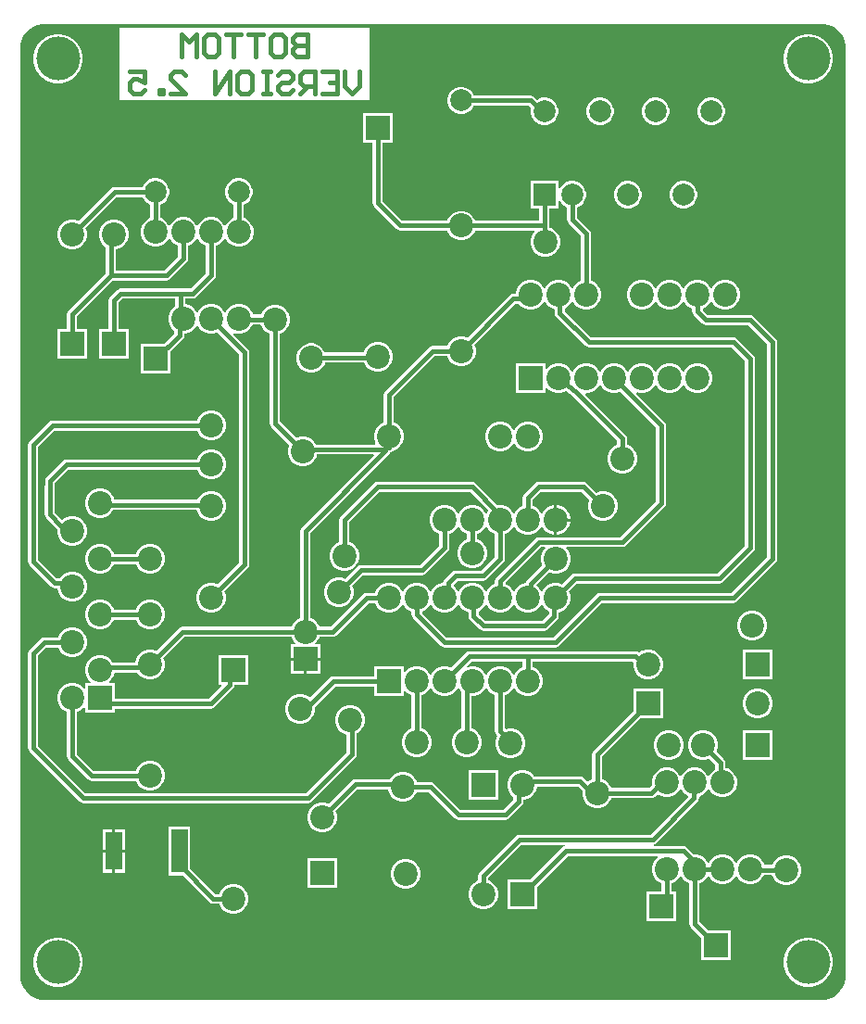
<source format=gbl>
G04*
G04 #@! TF.GenerationSoftware,Altium Limited,Altium Designer,21.2.1 (34)*
G04*
G04 Layer_Physical_Order=2*
G04 Layer_Color=16711680*
%FSLAX25Y25*%
%MOIN*%
G70*
G04*
G04 #@! TF.SameCoordinates,80AB4F38-7A27-461E-8C37-B356CBF0BF54*
G04*
G04*
G04 #@! TF.FilePolarity,Positive*
G04*
G01*
G75*
%ADD19R,0.08661X0.08661*%
%ADD20C,0.08661*%
%ADD23R,0.08661X0.08661*%
%ADD24R,0.07874X0.07874*%
%ADD25C,0.07874*%
%ADD31C,0.01500*%
%ADD32C,0.15748*%
%ADD33R,0.05906X0.15748*%
%ADD34R,0.05906X0.13780*%
%ADD35C,0.08661*%
G36*
X290000Y352471D02*
X290834D01*
X292471Y352145D01*
X294012Y351507D01*
X295400Y350580D01*
X296580Y349400D01*
X297507Y348012D01*
X298145Y346471D01*
X298471Y344834D01*
X298471Y344000D01*
X298471Y10000D01*
X298471Y9166D01*
X298145Y7529D01*
X297507Y5988D01*
X296580Y4600D01*
X295400Y3420D01*
X294012Y2493D01*
X292471Y1855D01*
X290834Y1529D01*
X10000D01*
X9166Y1529D01*
X7529Y1855D01*
X5988Y2493D01*
X4600Y3420D01*
X3420Y4600D01*
X2493Y5988D01*
X1855Y7529D01*
X1529Y9166D01*
Y10000D01*
X1529Y344000D01*
X1529Y344834D01*
X1855Y346471D01*
X2493Y348012D01*
X3420Y349400D01*
X4600Y350580D01*
X5988Y351507D01*
X7529Y352145D01*
X9166Y352471D01*
X10000Y352471D01*
X290000Y352471D01*
D02*
G37*
%LPC*%
G36*
X285874Y348874D02*
X284126D01*
X282412Y348533D01*
X280797Y347864D01*
X279343Y346893D01*
X278107Y345657D01*
X277136Y344203D01*
X276467Y342588D01*
X276126Y340874D01*
Y339126D01*
X276467Y337411D01*
X277136Y335797D01*
X278107Y334343D01*
X279343Y333107D01*
X280797Y332136D01*
X282412Y331467D01*
X284126Y331126D01*
X285874D01*
X287589Y331467D01*
X289203Y332136D01*
X290657Y333107D01*
X291893Y334343D01*
X292864Y335797D01*
X293533Y337411D01*
X293874Y339126D01*
Y340874D01*
X293533Y342588D01*
X292864Y344203D01*
X291893Y345657D01*
X290657Y346893D01*
X289203Y347864D01*
X287589Y348533D01*
X285874Y348874D01*
D02*
G37*
G36*
X15874D02*
X14126D01*
X12411Y348533D01*
X10797Y347864D01*
X9343Y346893D01*
X8107Y345657D01*
X7136Y344203D01*
X6467Y342588D01*
X6126Y340874D01*
Y339126D01*
X6467Y337411D01*
X7136Y335797D01*
X8107Y334343D01*
X9343Y333107D01*
X10797Y332136D01*
X12411Y331467D01*
X14126Y331126D01*
X15874D01*
X17589Y331467D01*
X19203Y332136D01*
X20657Y333107D01*
X21893Y334343D01*
X22864Y335797D01*
X23533Y337411D01*
X23874Y339126D01*
Y340874D01*
X23533Y342588D01*
X22864Y344203D01*
X21893Y345657D01*
X20657Y346893D01*
X19203Y347864D01*
X17589Y348533D01*
X15874Y348874D01*
D02*
G37*
G36*
X127000Y351194D02*
X37000D01*
Y325000D01*
X127000D01*
Y351194D01*
D02*
G37*
G36*
X250650Y325937D02*
X249350D01*
X248094Y325601D01*
X246969Y324951D01*
X246049Y324031D01*
X245399Y322906D01*
X245063Y321650D01*
Y320350D01*
X245399Y319094D01*
X246049Y317969D01*
X246969Y317049D01*
X248094Y316399D01*
X249350Y316063D01*
X250650D01*
X251906Y316399D01*
X253031Y317049D01*
X253951Y317969D01*
X254601Y319094D01*
X254937Y320350D01*
Y321650D01*
X254601Y322906D01*
X253951Y324031D01*
X253031Y324951D01*
X251906Y325601D01*
X250650Y325937D01*
D02*
G37*
G36*
X230650D02*
X229350D01*
X228094Y325601D01*
X226969Y324951D01*
X226049Y324031D01*
X225399Y322906D01*
X225063Y321650D01*
Y320350D01*
X225399Y319094D01*
X226049Y317969D01*
X226969Y317049D01*
X228094Y316399D01*
X229350Y316063D01*
X230650D01*
X231906Y316399D01*
X233031Y317049D01*
X233951Y317969D01*
X234601Y319094D01*
X234937Y320350D01*
Y321650D01*
X234601Y322906D01*
X233951Y324031D01*
X233031Y324951D01*
X231906Y325601D01*
X230650Y325937D01*
D02*
G37*
G36*
X210650D02*
X209350D01*
X208094Y325601D01*
X206969Y324951D01*
X206049Y324031D01*
X205399Y322906D01*
X205063Y321650D01*
Y320350D01*
X205399Y319094D01*
X206049Y317969D01*
X206969Y317049D01*
X208094Y316399D01*
X209350Y316063D01*
X210650D01*
X211906Y316399D01*
X213031Y317049D01*
X213951Y317969D01*
X214601Y319094D01*
X214937Y320350D01*
Y321650D01*
X214601Y322906D01*
X213951Y324031D01*
X213031Y324951D01*
X211906Y325601D01*
X210650Y325937D01*
D02*
G37*
G36*
X160650Y329858D02*
X159350D01*
X158094Y329522D01*
X156969Y328872D01*
X156049Y327953D01*
X155399Y326827D01*
X155063Y325571D01*
Y324271D01*
X155399Y323016D01*
X156049Y321890D01*
X156969Y320971D01*
X158094Y320321D01*
X159350Y319984D01*
X160650D01*
X161906Y320321D01*
X163031Y320971D01*
X163951Y321890D01*
X164601Y323016D01*
X164633Y323137D01*
X184432D01*
X185244Y322325D01*
X185063Y321650D01*
Y320350D01*
X185399Y319094D01*
X186049Y317969D01*
X186969Y317049D01*
X188094Y316399D01*
X189350Y316063D01*
X190650D01*
X191906Y316399D01*
X193031Y317049D01*
X193951Y317969D01*
X194601Y319094D01*
X194937Y320350D01*
Y321650D01*
X194601Y322906D01*
X193951Y324031D01*
X193031Y324951D01*
X191906Y325601D01*
X190650Y325937D01*
X189350D01*
X188094Y325601D01*
X187410Y325206D01*
X186433Y326183D01*
X185854Y326570D01*
X185171Y326706D01*
X164633D01*
X164601Y326827D01*
X163951Y327953D01*
X163031Y328872D01*
X161906Y329522D01*
X160650Y329858D01*
D02*
G37*
G36*
X240650Y295937D02*
X239350D01*
X238094Y295601D01*
X236969Y294951D01*
X236049Y294031D01*
X235399Y292906D01*
X235063Y291650D01*
Y290350D01*
X235399Y289094D01*
X236049Y287969D01*
X236969Y287049D01*
X238094Y286399D01*
X239350Y286063D01*
X240650D01*
X241906Y286399D01*
X243031Y287049D01*
X243951Y287969D01*
X244601Y289094D01*
X244937Y290350D01*
Y291650D01*
X244601Y292906D01*
X243951Y294031D01*
X243031Y294951D01*
X241906Y295601D01*
X240650Y295937D01*
D02*
G37*
G36*
X220650D02*
X219350D01*
X218094Y295601D01*
X216969Y294951D01*
X216049Y294031D01*
X215399Y292906D01*
X215063Y291650D01*
Y290350D01*
X215399Y289094D01*
X216049Y287969D01*
X216969Y287049D01*
X218094Y286399D01*
X219350Y286063D01*
X220650D01*
X221906Y286399D01*
X223031Y287049D01*
X223951Y287969D01*
X224601Y289094D01*
X224937Y290350D01*
Y291650D01*
X224601Y292906D01*
X223951Y294031D01*
X223031Y294951D01*
X221906Y295601D01*
X220650Y295937D01*
D02*
G37*
G36*
X135331Y320551D02*
X124669D01*
Y309890D01*
X128216D01*
Y288000D01*
X128351Y287317D01*
X128738Y286738D01*
X136738Y278738D01*
X137317Y278351D01*
X138000Y278216D01*
X138000Y278216D01*
X154938D01*
X155033Y277864D01*
X155734Y276648D01*
X156727Y275656D01*
X157942Y274954D01*
X159298Y274590D01*
X160702D01*
X162058Y274954D01*
X163273Y275656D01*
X164266Y276648D01*
X164967Y277864D01*
X165062Y278216D01*
X186339D01*
X186530Y277754D01*
X186049Y277273D01*
X185347Y276058D01*
X184984Y274702D01*
Y273298D01*
X185347Y271942D01*
X186049Y270727D01*
X187042Y269734D01*
X188257Y269033D01*
X189613Y268669D01*
X191017D01*
X192373Y269033D01*
X193588Y269734D01*
X194581Y270727D01*
X195282Y271942D01*
X195646Y273298D01*
Y274702D01*
X195282Y276058D01*
X194581Y277273D01*
X193588Y278266D01*
X192373Y278967D01*
X191784Y279125D01*
Y286063D01*
X194937D01*
Y288684D01*
X195022Y288748D01*
X195676Y288616D01*
X196049Y287969D01*
X196969Y287049D01*
X198094Y286399D01*
X198216Y286367D01*
Y282000D01*
X198352Y281317D01*
X198738Y280738D01*
X203216Y276261D01*
Y260041D01*
X202942Y259967D01*
X201727Y259266D01*
X200734Y258273D01*
X200289Y257501D01*
X199711D01*
X199266Y258273D01*
X198273Y259266D01*
X197058Y259967D01*
X195702Y260331D01*
X194298D01*
X192942Y259967D01*
X191727Y259266D01*
X190734Y258273D01*
X190289Y257501D01*
X189711D01*
X189266Y258273D01*
X188273Y259266D01*
X187058Y259967D01*
X185702Y260331D01*
X184298D01*
X182942Y259967D01*
X181727Y259266D01*
X180734Y258273D01*
X180033Y257058D01*
X179669Y255702D01*
Y255414D01*
X178787D01*
X178787Y255414D01*
X178104Y255278D01*
X177525Y254891D01*
X177525Y254891D01*
X162303Y239668D01*
X162058Y239810D01*
X160702Y240173D01*
X159298D01*
X157942Y239810D01*
X156727Y239108D01*
X155734Y238116D01*
X155033Y236900D01*
X154959Y236627D01*
X149843D01*
X149843Y236627D01*
X149160Y236491D01*
X148581Y236104D01*
X148581Y236104D01*
X132738Y220262D01*
X132352Y219683D01*
X132216Y219000D01*
Y209041D01*
X131942Y208967D01*
X130727Y208266D01*
X129734Y207273D01*
X129033Y206058D01*
X128669Y204702D01*
Y203298D01*
X129033Y201942D01*
X129208Y201639D01*
X128958Y201205D01*
X107791D01*
X107266Y202116D01*
X106273Y203108D01*
X105058Y203810D01*
X103702Y204173D01*
X102298D01*
X100942Y203810D01*
X100697Y203668D01*
X94784Y209582D01*
Y240959D01*
X95058Y241033D01*
X96273Y241734D01*
X97266Y242727D01*
X97967Y243942D01*
X98331Y245298D01*
Y246702D01*
X97967Y248058D01*
X97266Y249273D01*
X96273Y250266D01*
X95058Y250967D01*
X93702Y251331D01*
X92298D01*
X90942Y250967D01*
X89727Y250266D01*
X88734Y249273D01*
X88033Y248058D01*
X88009Y247969D01*
X85090D01*
X84967Y248428D01*
X84266Y249643D01*
X83273Y250636D01*
X82058Y251338D01*
X80702Y251701D01*
X79298D01*
X77942Y251338D01*
X76727Y250636D01*
X75734Y249643D01*
X75289Y248871D01*
X74711D01*
X74266Y249643D01*
X73273Y250636D01*
X72058Y251338D01*
X70702Y251701D01*
X69298D01*
X67942Y251338D01*
X66727Y250636D01*
X65734Y249643D01*
X65289Y248871D01*
X64711D01*
X64266Y249643D01*
X63273Y250636D01*
X62058Y251338D01*
X60834Y251665D01*
Y253776D01*
X63561D01*
X64244Y253912D01*
X64822Y254299D01*
X71262Y260738D01*
X71649Y261317D01*
X71784Y262000D01*
Y272589D01*
X72058Y272662D01*
X73273Y273364D01*
X74266Y274357D01*
X74711Y275129D01*
X75289D01*
X75734Y274357D01*
X76727Y273364D01*
X77942Y272662D01*
X79298Y272299D01*
X80702D01*
X82058Y272662D01*
X83273Y273364D01*
X84266Y274357D01*
X84967Y275572D01*
X85331Y276928D01*
Y278332D01*
X84967Y279688D01*
X84266Y280903D01*
X83273Y281896D01*
X82058Y282597D01*
X81784Y282671D01*
Y287367D01*
X81906Y287399D01*
X83031Y288049D01*
X83951Y288969D01*
X84601Y290094D01*
X84937Y291350D01*
Y292650D01*
X84601Y293906D01*
X83951Y295031D01*
X83031Y295951D01*
X81906Y296601D01*
X80650Y296937D01*
X79350D01*
X78094Y296601D01*
X76969Y295951D01*
X76049Y295031D01*
X75399Y293906D01*
X75063Y292650D01*
Y291350D01*
X75399Y290094D01*
X76049Y288969D01*
X76969Y288049D01*
X78094Y287399D01*
X78216Y287367D01*
Y282671D01*
X77942Y282597D01*
X76727Y281896D01*
X75734Y280903D01*
X75289Y280131D01*
X74711D01*
X74266Y280903D01*
X73273Y281896D01*
X72058Y282597D01*
X70702Y282961D01*
X69298D01*
X67942Y282597D01*
X66727Y281896D01*
X65734Y280903D01*
X65289Y280131D01*
X64711D01*
X64266Y280903D01*
X63273Y281896D01*
X62058Y282597D01*
X60702Y282961D01*
X59298D01*
X57942Y282597D01*
X56727Y281896D01*
X55734Y280903D01*
X55289Y280131D01*
X54711D01*
X54266Y280903D01*
X53273Y281896D01*
X52058Y282597D01*
X51784Y282671D01*
Y287367D01*
X51906Y287399D01*
X53031Y288049D01*
X53951Y288969D01*
X54601Y290094D01*
X54937Y291350D01*
Y292650D01*
X54601Y293906D01*
X53951Y295031D01*
X53031Y295951D01*
X51906Y296601D01*
X50650Y296937D01*
X49350D01*
X48094Y296601D01*
X46969Y295951D01*
X46049Y295031D01*
X45399Y293906D01*
X45367Y293784D01*
X35315D01*
X34632Y293649D01*
X34053Y293262D01*
X34053Y293262D01*
X22303Y281511D01*
X22058Y281652D01*
X20702Y282016D01*
X19298D01*
X17942Y281652D01*
X16727Y280951D01*
X15734Y279958D01*
X15033Y278743D01*
X14669Y277387D01*
Y275983D01*
X15033Y274627D01*
X15734Y273412D01*
X16727Y272419D01*
X17942Y271718D01*
X19298Y271354D01*
X20702D01*
X22058Y271718D01*
X23273Y272419D01*
X24266Y273412D01*
X24967Y274627D01*
X25331Y275983D01*
Y277387D01*
X24967Y278743D01*
X24826Y278988D01*
X36054Y290216D01*
X45367D01*
X45399Y290094D01*
X46049Y288969D01*
X46969Y288049D01*
X48094Y287399D01*
X48216Y287367D01*
Y282671D01*
X47942Y282597D01*
X46727Y281896D01*
X45734Y280903D01*
X45033Y279688D01*
X44669Y278332D01*
Y276928D01*
X45033Y275572D01*
X45734Y274357D01*
X46727Y273364D01*
X47942Y272662D01*
X49298Y272299D01*
X50702D01*
X52058Y272662D01*
X53273Y273364D01*
X54266Y274357D01*
X54711Y275129D01*
X55289D01*
X55734Y274357D01*
X56727Y273364D01*
X57942Y272662D01*
X58216Y272589D01*
Y268739D01*
X53261Y263784D01*
X35784D01*
Y271376D01*
X37058Y271718D01*
X38273Y272419D01*
X39266Y273412D01*
X39967Y274627D01*
X40331Y275983D01*
Y277387D01*
X39967Y278743D01*
X39266Y279958D01*
X38273Y280951D01*
X37058Y281652D01*
X35702Y282016D01*
X34298D01*
X32942Y281652D01*
X31727Y280951D01*
X30734Y279958D01*
X30033Y278743D01*
X29669Y277387D01*
Y275983D01*
X30033Y274627D01*
X30734Y273412D01*
X31727Y272419D01*
X32216Y272137D01*
Y262739D01*
X18738Y249262D01*
X18351Y248683D01*
X18216Y248000D01*
Y242646D01*
X14669D01*
Y231984D01*
X25331D01*
Y242646D01*
X21784D01*
Y247261D01*
X34739Y260216D01*
X54000D01*
X54683Y260351D01*
X55262Y260738D01*
X61262Y266738D01*
X61648Y267317D01*
X61784Y268000D01*
Y272589D01*
X62058Y272662D01*
X63273Y273364D01*
X64266Y274357D01*
X64711Y275129D01*
X65289D01*
X65734Y274357D01*
X66727Y273364D01*
X67942Y272662D01*
X68216Y272589D01*
Y262739D01*
X62822Y257345D01*
X37561D01*
X36878Y257209D01*
X36299Y256822D01*
X33738Y254262D01*
X33351Y253683D01*
X33216Y253000D01*
Y242646D01*
X29669D01*
Y231984D01*
X40331D01*
Y242646D01*
X36784D01*
Y252261D01*
X38300Y253776D01*
X57265D01*
Y250946D01*
X56727Y250636D01*
X55734Y249643D01*
X55033Y248428D01*
X54669Y247072D01*
Y245668D01*
X55033Y244313D01*
X55734Y243097D01*
X56727Y242104D01*
X56845Y242036D01*
Y241211D01*
X52965Y237331D01*
X44827D01*
Y226669D01*
X55488D01*
Y234807D01*
X59891Y239211D01*
X60278Y239789D01*
X60414Y240472D01*
Y241039D01*
X60702D01*
X62058Y241403D01*
X63273Y242104D01*
X64266Y243097D01*
X64711Y243869D01*
X65289D01*
X65734Y243097D01*
X66727Y242104D01*
X67942Y241403D01*
X69298Y241039D01*
X70702D01*
X72058Y241403D01*
X72303Y241544D01*
X80216Y233631D01*
Y158739D01*
X72303Y150826D01*
X72058Y150967D01*
X70702Y151331D01*
X69298D01*
X67942Y150967D01*
X66727Y150266D01*
X65734Y149273D01*
X65033Y148058D01*
X64669Y146702D01*
Y145298D01*
X65033Y143942D01*
X65734Y142727D01*
X66727Y141734D01*
X67942Y141033D01*
X69298Y140669D01*
X70702D01*
X72058Y141033D01*
X73273Y141734D01*
X74266Y142727D01*
X74967Y143942D01*
X75331Y145298D01*
Y146702D01*
X74967Y148058D01*
X74826Y148303D01*
X83262Y156738D01*
X83262Y156738D01*
X83649Y157317D01*
X83784Y158000D01*
Y234370D01*
X83649Y235053D01*
X83262Y235632D01*
X83262Y235632D01*
X78033Y240861D01*
X78291Y241309D01*
X79298Y241039D01*
X80702D01*
X82058Y241403D01*
X83273Y242104D01*
X84266Y243097D01*
X84967Y244313D01*
X84991Y244401D01*
X87910D01*
X88033Y243942D01*
X88734Y242727D01*
X89727Y241734D01*
X90942Y241033D01*
X91216Y240959D01*
Y208842D01*
X91351Y208160D01*
X91738Y207581D01*
X98174Y201145D01*
X98033Y200900D01*
X97669Y199544D01*
Y198141D01*
X98033Y196785D01*
X98734Y195569D01*
X99727Y194577D01*
X100942Y193875D01*
X102298Y193512D01*
X103702D01*
X105058Y193875D01*
X106273Y194577D01*
X107266Y195569D01*
X107967Y196785D01*
X108196Y197637D01*
X128460D01*
X128652Y197175D01*
X102738Y171262D01*
X102351Y170683D01*
X102216Y170000D01*
Y138883D01*
X101942Y138810D01*
X100727Y138108D01*
X99734Y137116D01*
X99033Y135900D01*
X98959Y135627D01*
X59843D01*
X59842Y135627D01*
X59160Y135491D01*
X58581Y135104D01*
X58581Y135104D01*
X50303Y126826D01*
X50058Y126967D01*
X48702Y127331D01*
X47298D01*
X45942Y126967D01*
X44727Y126266D01*
X43734Y125273D01*
X43033Y124058D01*
X42691Y122784D01*
X34548D01*
X34266Y123273D01*
X33273Y124266D01*
X32058Y124967D01*
X30702Y125331D01*
X29298D01*
X27942Y124967D01*
X26727Y124266D01*
X25734Y123273D01*
X25033Y122058D01*
X24669Y120702D01*
Y119298D01*
X25033Y117942D01*
X25734Y116727D01*
X26630Y115831D01*
X26494Y115331D01*
X24669D01*
Y113506D01*
X24169Y113370D01*
X23273Y114266D01*
X22058Y114967D01*
X20702Y115331D01*
X19298D01*
X17942Y114967D01*
X16727Y114266D01*
X15734Y113273D01*
X15033Y112058D01*
X14669Y110702D01*
Y109298D01*
X15033Y107942D01*
X15734Y106727D01*
X16727Y105734D01*
X17942Y105033D01*
X18216Y104959D01*
Y89000D01*
X18351Y88317D01*
X18738Y87738D01*
X25738Y80738D01*
X25738Y80738D01*
X26317Y80352D01*
X27000Y80216D01*
X42959D01*
X43033Y79942D01*
X43734Y78727D01*
X44727Y77734D01*
X45942Y77033D01*
X47298Y76669D01*
X48702D01*
X50058Y77033D01*
X51273Y77734D01*
X52266Y78727D01*
X52967Y79942D01*
X53331Y81298D01*
Y82702D01*
X52967Y84058D01*
X52266Y85273D01*
X51273Y86266D01*
X50058Y86967D01*
X48702Y87331D01*
X47298D01*
X45942Y86967D01*
X44727Y86266D01*
X43734Y85273D01*
X43033Y84058D01*
X42959Y83784D01*
X27739D01*
X21784Y89739D01*
Y104959D01*
X22058Y105033D01*
X23273Y105734D01*
X24169Y106631D01*
X24669Y106494D01*
Y104669D01*
X35331D01*
Y106216D01*
X70000D01*
X70683Y106351D01*
X71262Y106738D01*
X78060Y113537D01*
X78061Y113537D01*
X78447Y114116D01*
X78583Y114799D01*
Y114890D01*
X83331D01*
Y125551D01*
X72669D01*
Y114890D01*
X73713D01*
X73905Y114428D01*
X69261Y109784D01*
X35331D01*
Y115331D01*
X33506D01*
X33369Y115831D01*
X34266Y116727D01*
X34967Y117942D01*
X35309Y119216D01*
X43452D01*
X43734Y118727D01*
X44727Y117734D01*
X45942Y117033D01*
X47298Y116669D01*
X48702D01*
X50058Y117033D01*
X51273Y117734D01*
X52266Y118727D01*
X52967Y119942D01*
X53331Y121298D01*
Y122702D01*
X52967Y124058D01*
X52826Y124303D01*
X60582Y132058D01*
X98959D01*
X99033Y131785D01*
X99734Y130569D01*
X100473Y129831D01*
X100266Y129331D01*
X98669D01*
Y124500D01*
X104000D01*
X109331D01*
Y129331D01*
X107734D01*
X107527Y129831D01*
X108266Y130569D01*
X108967Y131785D01*
X109041Y132058D01*
X113842D01*
X114525Y132194D01*
X115104Y132581D01*
X126739Y144216D01*
X128959D01*
X129033Y143942D01*
X129734Y142727D01*
X130727Y141734D01*
X131942Y141033D01*
X133298Y140669D01*
X134702D01*
X136058Y141033D01*
X137273Y141734D01*
X138266Y142727D01*
X138711Y143499D01*
X139289D01*
X139734Y142727D01*
X140727Y141734D01*
X141942Y141033D01*
X142216Y140959D01*
Y140000D01*
X142351Y139317D01*
X142738Y138738D01*
X152738Y128738D01*
X152738Y128738D01*
X153317Y128351D01*
X154000Y128216D01*
X154000Y128216D01*
X194000D01*
X194683Y128351D01*
X195262Y128738D01*
X210739Y144216D01*
X258000D01*
X258683Y144351D01*
X259262Y144738D01*
X273262Y158738D01*
X273649Y159317D01*
X273784Y160000D01*
X273784Y160000D01*
Y238000D01*
X273784Y238000D01*
X273649Y238683D01*
X273262Y239262D01*
X265262Y247262D01*
X264683Y247649D01*
X264000Y247784D01*
X248739D01*
X247019Y249504D01*
X247038Y249760D01*
X247147Y250084D01*
X248273Y250734D01*
X249266Y251727D01*
X249711Y252499D01*
X250289D01*
X250734Y251727D01*
X251727Y250734D01*
X252942Y250033D01*
X254298Y249669D01*
X255702D01*
X257058Y250033D01*
X258273Y250734D01*
X259266Y251727D01*
X259967Y252942D01*
X260331Y254298D01*
Y255702D01*
X259967Y257058D01*
X259266Y258273D01*
X258273Y259266D01*
X257058Y259967D01*
X255702Y260331D01*
X254298D01*
X252942Y259967D01*
X251727Y259266D01*
X250734Y258273D01*
X250289Y257501D01*
X249711D01*
X249266Y258273D01*
X248273Y259266D01*
X247058Y259967D01*
X245702Y260331D01*
X244298D01*
X242942Y259967D01*
X241727Y259266D01*
X240734Y258273D01*
X240289Y257501D01*
X239711D01*
X239266Y258273D01*
X238273Y259266D01*
X237058Y259967D01*
X235702Y260331D01*
X234298D01*
X232942Y259967D01*
X231727Y259266D01*
X230734Y258273D01*
X230289Y257501D01*
X229711D01*
X229266Y258273D01*
X228273Y259266D01*
X227058Y259967D01*
X225702Y260331D01*
X224298D01*
X222942Y259967D01*
X221727Y259266D01*
X220734Y258273D01*
X220033Y257058D01*
X219669Y255702D01*
Y254298D01*
X220033Y252942D01*
X220734Y251727D01*
X221727Y250734D01*
X222942Y250033D01*
X224298Y249669D01*
X225702D01*
X227058Y250033D01*
X228273Y250734D01*
X229266Y251727D01*
X229711Y252499D01*
X230289D01*
X230734Y251727D01*
X231727Y250734D01*
X232942Y250033D01*
X234298Y249669D01*
X235702D01*
X237058Y250033D01*
X238273Y250734D01*
X239266Y251727D01*
X239711Y252499D01*
X240289D01*
X240734Y251727D01*
X241727Y250734D01*
X242942Y250033D01*
X243216Y249959D01*
Y249000D01*
X243352Y248317D01*
X243738Y247738D01*
X246738Y244738D01*
X247317Y244352D01*
X248000Y244216D01*
X263261D01*
X270216Y237261D01*
Y160739D01*
X257261Y147784D01*
X210000D01*
X210000Y147784D01*
X209317Y147649D01*
X208738Y147262D01*
X208738Y147262D01*
X193261Y131784D01*
X154739D01*
X146019Y140505D01*
X146038Y140760D01*
X146147Y141084D01*
X147273Y141734D01*
X148266Y142727D01*
X148711Y143499D01*
X149289D01*
X149734Y142727D01*
X150727Y141734D01*
X151942Y141033D01*
X153298Y140669D01*
X154702D01*
X156058Y141033D01*
X157273Y141734D01*
X158266Y142727D01*
X158711Y143499D01*
X159289D01*
X159734Y142727D01*
X160727Y141734D01*
X161942Y141033D01*
X162796Y140804D01*
Y139419D01*
X162932Y138736D01*
X163319Y138158D01*
X166738Y134738D01*
X166738Y134738D01*
X167317Y134352D01*
X168000Y134216D01*
X168000Y134216D01*
X190000D01*
X190683Y134352D01*
X191262Y134738D01*
X194681Y138158D01*
X194681Y138158D01*
X195068Y138736D01*
X195204Y139419D01*
X195204Y139419D01*
Y140804D01*
X196058Y141033D01*
X197273Y141734D01*
X198266Y142727D01*
X198967Y143942D01*
X199331Y145298D01*
Y146702D01*
X198967Y148058D01*
X198826Y148303D01*
X201739Y151216D01*
X253000D01*
X253683Y151351D01*
X254262Y151738D01*
X265262Y162738D01*
X265649Y163317D01*
X265784Y164000D01*
X265784Y164000D01*
Y232000D01*
X265649Y232683D01*
X265262Y233262D01*
X259262Y239262D01*
X258683Y239649D01*
X258000Y239784D01*
X206739D01*
X197365Y249158D01*
Y250210D01*
X198273Y250734D01*
X199266Y251727D01*
X199711Y252499D01*
X200289D01*
X200734Y251727D01*
X201727Y250734D01*
X202942Y250033D01*
X204298Y249669D01*
X205702D01*
X207058Y250033D01*
X208273Y250734D01*
X209266Y251727D01*
X209967Y252942D01*
X210331Y254298D01*
Y255702D01*
X209967Y257058D01*
X209266Y258273D01*
X208273Y259266D01*
X207058Y259967D01*
X206784Y260041D01*
Y277000D01*
X206784Y277000D01*
X206648Y277683D01*
X206262Y278262D01*
X206262Y278262D01*
X201784Y282739D01*
Y286367D01*
X201906Y286399D01*
X203031Y287049D01*
X203951Y287969D01*
X204601Y289094D01*
X204937Y290350D01*
Y291650D01*
X204601Y292906D01*
X203951Y294031D01*
X203031Y294951D01*
X201906Y295601D01*
X200650Y295937D01*
X199350D01*
X198094Y295601D01*
X196969Y294951D01*
X196049Y294031D01*
X195676Y293384D01*
X195022Y293252D01*
X194937Y293316D01*
Y295937D01*
X185063D01*
Y286063D01*
X188216D01*
Y281784D01*
X165020D01*
X164967Y281979D01*
X164266Y283194D01*
X163273Y284187D01*
X162058Y284889D01*
X160702Y285252D01*
X159298D01*
X157942Y284889D01*
X156727Y284187D01*
X155734Y283194D01*
X155033Y281979D01*
X154980Y281784D01*
X138739D01*
X131784Y288739D01*
Y309890D01*
X135331D01*
Y320551D01*
D02*
G37*
G36*
X130702Y238110D02*
X129298D01*
X127942Y237747D01*
X126727Y237045D01*
X125734Y236053D01*
X125033Y234837D01*
X124893Y234316D01*
X110974D01*
X110967Y234341D01*
X110266Y235557D01*
X109273Y236549D01*
X108058Y237251D01*
X106702Y237614D01*
X105298D01*
X103942Y237251D01*
X102727Y236549D01*
X101734Y235557D01*
X101033Y234341D01*
X100669Y232985D01*
Y231582D01*
X101033Y230226D01*
X101734Y229010D01*
X102727Y228018D01*
X103942Y227316D01*
X105298Y226953D01*
X106702D01*
X108058Y227316D01*
X109273Y228018D01*
X110266Y229010D01*
X110967Y230226D01*
X111107Y230747D01*
X125026D01*
X125033Y230722D01*
X125734Y229506D01*
X126727Y228514D01*
X127942Y227812D01*
X129298Y227449D01*
X130702D01*
X132058Y227812D01*
X133273Y228514D01*
X134266Y229506D01*
X134967Y230722D01*
X135331Y232078D01*
Y233481D01*
X134967Y234837D01*
X134266Y236053D01*
X133273Y237045D01*
X132058Y237747D01*
X130702Y238110D01*
D02*
G37*
G36*
X70702Y213331D02*
X69298D01*
X67942Y212967D01*
X66727Y212266D01*
X65734Y211273D01*
X65033Y210058D01*
X64959Y209784D01*
X13000D01*
X12317Y209648D01*
X11738Y209262D01*
X11738Y209262D01*
X4738Y202262D01*
X4352Y201683D01*
X4216Y201000D01*
Y159000D01*
X4352Y158317D01*
X4738Y157738D01*
X12368Y150109D01*
X12368Y150109D01*
X12947Y149722D01*
X13630Y149586D01*
X13630Y149586D01*
X14669D01*
Y149298D01*
X15033Y147942D01*
X15734Y146727D01*
X16727Y145734D01*
X17942Y145033D01*
X19298Y144669D01*
X20702D01*
X22058Y145033D01*
X23273Y145734D01*
X24266Y146727D01*
X24967Y147942D01*
X25331Y149298D01*
Y150702D01*
X24967Y152058D01*
X24266Y153273D01*
X23273Y154266D01*
X22058Y154967D01*
X20702Y155331D01*
X19298D01*
X17942Y154967D01*
X16727Y154266D01*
X15734Y153273D01*
X15666Y153155D01*
X14369D01*
X7784Y159739D01*
Y200261D01*
X13739Y206216D01*
X64959D01*
X65033Y205942D01*
X65734Y204727D01*
X66727Y203734D01*
X67942Y203033D01*
X69298Y202669D01*
X70702D01*
X72058Y203033D01*
X73273Y203734D01*
X74266Y204727D01*
X74967Y205942D01*
X75331Y207298D01*
Y208702D01*
X74967Y210058D01*
X74266Y211273D01*
X73273Y212266D01*
X72058Y212967D01*
X70702Y213331D01*
D02*
G37*
G36*
Y199331D02*
X69298D01*
X67942Y198967D01*
X66727Y198266D01*
X65734Y197273D01*
X65033Y196058D01*
X64959Y195784D01*
X18000D01*
X17317Y195649D01*
X16738Y195262D01*
X16738Y195262D01*
X10863Y189387D01*
X10476Y188808D01*
X10341Y188125D01*
Y186628D01*
X10216Y186000D01*
Y176000D01*
X10351Y175317D01*
X10738Y174738D01*
X14585Y170892D01*
X14700Y170815D01*
X14669Y170702D01*
Y169298D01*
X15033Y167942D01*
X15734Y166727D01*
X16727Y165734D01*
X17942Y165033D01*
X19298Y164669D01*
X20702D01*
X22058Y165033D01*
X23273Y165734D01*
X24266Y166727D01*
X24967Y167942D01*
X25331Y169298D01*
Y170702D01*
X24967Y172058D01*
X24266Y173273D01*
X23273Y174266D01*
X22058Y174967D01*
X20702Y175331D01*
X19298D01*
X17942Y174967D01*
X16727Y174266D01*
X16492Y174031D01*
X13784Y176739D01*
Y185497D01*
X13909Y186125D01*
X13909Y186125D01*
Y187386D01*
X18739Y192216D01*
X64959D01*
X65033Y191942D01*
X65734Y190727D01*
X66727Y189734D01*
X67942Y189033D01*
X69298Y188669D01*
X70702D01*
X72058Y189033D01*
X73273Y189734D01*
X74266Y190727D01*
X74967Y191942D01*
X75331Y193298D01*
Y194702D01*
X74967Y196058D01*
X74266Y197273D01*
X73273Y198266D01*
X72058Y198967D01*
X70702Y199331D01*
D02*
G37*
G36*
X30702Y185331D02*
X29298D01*
X27942Y184967D01*
X26727Y184266D01*
X25734Y183273D01*
X25033Y182058D01*
X24669Y180702D01*
Y179298D01*
X25033Y177942D01*
X25734Y176727D01*
X26727Y175734D01*
X27942Y175033D01*
X29298Y174669D01*
X30702D01*
X32058Y175033D01*
X33273Y175734D01*
X34266Y176727D01*
X34837Y177716D01*
X64825D01*
X65033Y176942D01*
X65734Y175727D01*
X66727Y174734D01*
X67942Y174033D01*
X69298Y173669D01*
X70702D01*
X72058Y174033D01*
X73273Y174734D01*
X74266Y175727D01*
X74967Y176942D01*
X75331Y178298D01*
Y179702D01*
X74967Y181058D01*
X74266Y182273D01*
X73273Y183266D01*
X72058Y183967D01*
X70702Y184331D01*
X69298D01*
X67942Y183967D01*
X66727Y183266D01*
X65734Y182273D01*
X65163Y181284D01*
X35175D01*
X34967Y182058D01*
X34266Y183273D01*
X33273Y184266D01*
X32058Y184967D01*
X30702Y185331D01*
D02*
G37*
G36*
Y165331D02*
X29298D01*
X27942Y164967D01*
X26727Y164266D01*
X25734Y163273D01*
X25033Y162058D01*
X24669Y160702D01*
Y159298D01*
X25033Y157942D01*
X25734Y156727D01*
X26727Y155734D01*
X27942Y155033D01*
X29298Y154669D01*
X30702D01*
X32058Y155033D01*
X33273Y155734D01*
X34266Y156727D01*
X34967Y157942D01*
X35041Y158216D01*
X42959D01*
X43033Y157942D01*
X43734Y156727D01*
X44727Y155734D01*
X45942Y155033D01*
X47298Y154669D01*
X48702D01*
X50058Y155033D01*
X51273Y155734D01*
X52266Y156727D01*
X52967Y157942D01*
X53331Y159298D01*
Y160702D01*
X52967Y162058D01*
X52266Y163273D01*
X51273Y164266D01*
X50058Y164967D01*
X48702Y165331D01*
X47298D01*
X45942Y164967D01*
X44727Y164266D01*
X43734Y163273D01*
X43033Y162058D01*
X42959Y161784D01*
X35041D01*
X34967Y162058D01*
X34266Y163273D01*
X33273Y164266D01*
X32058Y164967D01*
X30702Y165331D01*
D02*
G37*
G36*
Y145331D02*
X29298D01*
X27942Y144967D01*
X26727Y144266D01*
X25734Y143273D01*
X25033Y142058D01*
X24669Y140702D01*
Y139298D01*
X25033Y137942D01*
X25734Y136727D01*
X26727Y135734D01*
X27942Y135033D01*
X29298Y134669D01*
X30702D01*
X32058Y135033D01*
X33273Y135734D01*
X34266Y136727D01*
X34967Y137942D01*
X35041Y138216D01*
X42959D01*
X43033Y137942D01*
X43734Y136727D01*
X44727Y135734D01*
X45942Y135033D01*
X47298Y134669D01*
X48702D01*
X50058Y135033D01*
X51273Y135734D01*
X52266Y136727D01*
X52967Y137942D01*
X53331Y139298D01*
Y140702D01*
X52967Y142058D01*
X52266Y143273D01*
X51273Y144266D01*
X50058Y144967D01*
X48702Y145331D01*
X47298D01*
X45942Y144967D01*
X44727Y144266D01*
X43734Y143273D01*
X43033Y142058D01*
X42959Y141784D01*
X35041D01*
X34967Y142058D01*
X34266Y143273D01*
X33273Y144266D01*
X32058Y144967D01*
X30702Y145331D01*
D02*
G37*
G36*
X265418Y141331D02*
X264015D01*
X262659Y140967D01*
X261443Y140266D01*
X260451Y139273D01*
X259749Y138058D01*
X259386Y136702D01*
Y135298D01*
X259749Y133942D01*
X260451Y132727D01*
X261443Y131734D01*
X262659Y131033D01*
X264015Y130669D01*
X265418D01*
X266774Y131033D01*
X267990Y131734D01*
X268982Y132727D01*
X269684Y133942D01*
X270047Y135298D01*
Y136702D01*
X269684Y138058D01*
X268982Y139273D01*
X267990Y140266D01*
X266774Y140967D01*
X265418Y141331D01*
D02*
G37*
G36*
X228017Y127331D02*
X226613D01*
X225257Y126967D01*
X224079Y126287D01*
X223538Y126648D01*
X222856Y126784D01*
X163000D01*
X162317Y126648D01*
X161738Y126262D01*
X156303Y120826D01*
X156058Y120967D01*
X154702Y121331D01*
X153298D01*
X151942Y120967D01*
X150727Y120266D01*
X149734Y119273D01*
X149289Y118501D01*
X148711D01*
X148266Y119273D01*
X147273Y120266D01*
X146058Y120967D01*
X144702Y121331D01*
X143298D01*
X141942Y120967D01*
X140727Y120266D01*
X139831Y119369D01*
X139331Y119506D01*
Y121331D01*
X128669D01*
Y117784D01*
X114000D01*
X114000Y117784D01*
X113317Y117648D01*
X112738Y117262D01*
X112738Y117262D01*
X105508Y110031D01*
X105273Y110266D01*
X104058Y110967D01*
X102702Y111331D01*
X101298D01*
X99942Y110967D01*
X98727Y110266D01*
X97734Y109273D01*
X97033Y108058D01*
X96669Y106702D01*
Y105298D01*
X97033Y103942D01*
X97734Y102727D01*
X98727Y101734D01*
X99942Y101033D01*
X101298Y100669D01*
X102702D01*
X104058Y101033D01*
X105273Y101734D01*
X106266Y102727D01*
X106967Y103942D01*
X107331Y105298D01*
Y106702D01*
X107300Y106815D01*
X107415Y106892D01*
X114739Y114216D01*
X128669D01*
Y110669D01*
X139331D01*
Y112494D01*
X139831Y112630D01*
X140727Y111734D01*
X141942Y111033D01*
X142216Y110959D01*
Y99041D01*
X141942Y98967D01*
X140727Y98266D01*
X139734Y97273D01*
X139033Y96058D01*
X138669Y94702D01*
Y93298D01*
X139033Y91942D01*
X139734Y90727D01*
X140727Y89734D01*
X141942Y89033D01*
X143298Y88669D01*
X144702D01*
X146058Y89033D01*
X147273Y89734D01*
X148266Y90727D01*
X148967Y91942D01*
X149331Y93298D01*
Y94702D01*
X148967Y96058D01*
X148266Y97273D01*
X147273Y98266D01*
X146058Y98967D01*
X145784Y99041D01*
Y110959D01*
X146058Y111033D01*
X147273Y111734D01*
X148266Y112727D01*
X148711Y113499D01*
X149289D01*
X149734Y112727D01*
X150727Y111734D01*
X151942Y111033D01*
X153298Y110669D01*
X154702D01*
X156058Y111033D01*
X157273Y111734D01*
X158266Y112727D01*
X158711Y113499D01*
X159289D01*
X159734Y112727D01*
X160262Y112199D01*
X160240Y112086D01*
Y99047D01*
X159942Y98967D01*
X158727Y98266D01*
X157734Y97273D01*
X157033Y96058D01*
X156669Y94702D01*
Y93298D01*
X157033Y91942D01*
X157734Y90727D01*
X158727Y89734D01*
X159942Y89033D01*
X161298Y88669D01*
X162702D01*
X164058Y89033D01*
X165273Y89734D01*
X166266Y90727D01*
X166967Y91942D01*
X167331Y93298D01*
Y94702D01*
X166967Y96058D01*
X166266Y97273D01*
X165273Y98266D01*
X164058Y98967D01*
X163809Y99034D01*
Y110669D01*
X164702D01*
X166058Y111033D01*
X167273Y111734D01*
X168266Y112727D01*
X168711Y113499D01*
X169289D01*
X169734Y112727D01*
X170727Y111734D01*
X171942Y111033D01*
X172216Y110959D01*
Y98064D01*
X172352Y97381D01*
X172738Y96802D01*
X173128Y96413D01*
X172772Y95797D01*
X172409Y94441D01*
Y93038D01*
X172772Y91682D01*
X173474Y90466D01*
X174467Y89474D01*
X175682Y88772D01*
X177038Y88409D01*
X178441D01*
X179797Y88772D01*
X181013Y89474D01*
X182005Y90466D01*
X182707Y91682D01*
X183070Y93038D01*
Y94441D01*
X182707Y95797D01*
X182005Y97013D01*
X181013Y98005D01*
X179797Y98707D01*
X178441Y99070D01*
X177038D01*
X176284Y98868D01*
X175784Y99252D01*
Y110959D01*
X176058Y111033D01*
X177273Y111734D01*
X178266Y112727D01*
X178711Y113499D01*
X179289D01*
X179734Y112727D01*
X180727Y111734D01*
X181942Y111033D01*
X183298Y110669D01*
X184702D01*
X186058Y111033D01*
X187273Y111734D01*
X188266Y112727D01*
X188967Y113942D01*
X189331Y115298D01*
Y116702D01*
X188967Y118058D01*
X188266Y119273D01*
X187273Y120266D01*
X186058Y120967D01*
X185784Y121041D01*
Y123216D01*
X221604D01*
X221988Y122716D01*
X221984Y122702D01*
Y121298D01*
X222347Y119942D01*
X223049Y118727D01*
X224042Y117734D01*
X225257Y117033D01*
X226613Y116669D01*
X228017D01*
X229373Y117033D01*
X230588Y117734D01*
X231581Y118727D01*
X232282Y119942D01*
X232646Y121298D01*
Y122702D01*
X232282Y124058D01*
X231581Y125273D01*
X230588Y126266D01*
X229373Y126967D01*
X228017Y127331D01*
D02*
G37*
G36*
X20702Y135331D02*
X19298D01*
X17942Y134967D01*
X16727Y134266D01*
X15734Y133273D01*
X15033Y132058D01*
X14959Y131784D01*
X10000D01*
X9317Y131649D01*
X8738Y131262D01*
X8738Y131262D01*
X4738Y127262D01*
X4352Y126683D01*
X4216Y126000D01*
Y92000D01*
X4352Y91317D01*
X4738Y90738D01*
X22738Y72738D01*
X22738Y72738D01*
X23317Y72351D01*
X24000Y72216D01*
X105000D01*
X105683Y72351D01*
X106262Y72738D01*
X121920Y88397D01*
X121920Y88397D01*
X122307Y88976D01*
X122443Y89658D01*
Y97255D01*
X123273Y97734D01*
X124266Y98727D01*
X124967Y99942D01*
X125331Y101298D01*
Y102702D01*
X124967Y104058D01*
X124266Y105273D01*
X123273Y106266D01*
X122058Y106967D01*
X120702Y107331D01*
X119298D01*
X117942Y106967D01*
X116727Y106266D01*
X115734Y105273D01*
X115033Y104058D01*
X114669Y102702D01*
Y101298D01*
X115033Y99942D01*
X115734Y98727D01*
X116727Y97734D01*
X117942Y97033D01*
X118874Y96783D01*
Y90397D01*
X104261Y75784D01*
X24739D01*
X7784Y92739D01*
Y125261D01*
X10739Y128216D01*
X14959D01*
X15033Y127942D01*
X15734Y126727D01*
X16727Y125734D01*
X17942Y125033D01*
X19298Y124669D01*
X20702D01*
X22058Y125033D01*
X23273Y125734D01*
X24266Y126727D01*
X24967Y127942D01*
X25331Y129298D01*
Y130702D01*
X24967Y132058D01*
X24266Y133273D01*
X23273Y134266D01*
X22058Y134967D01*
X20702Y135331D01*
D02*
G37*
G36*
X109331Y123500D02*
X104500D01*
Y118669D01*
X109331D01*
Y123500D01*
D02*
G37*
G36*
X103500D02*
X98669D01*
Y118669D01*
X103500D01*
Y123500D01*
D02*
G37*
G36*
X272016Y127331D02*
X261354D01*
Y116669D01*
X272016D01*
Y127331D01*
D02*
G37*
G36*
X267387Y113331D02*
X265983D01*
X264628Y112967D01*
X263412Y112266D01*
X262419Y111273D01*
X261718Y110058D01*
X261354Y108702D01*
Y107298D01*
X261718Y105942D01*
X262419Y104727D01*
X263412Y103734D01*
X264628Y103033D01*
X265983Y102669D01*
X267387D01*
X268743Y103033D01*
X269958Y103734D01*
X270951Y104727D01*
X271653Y105942D01*
X272016Y107298D01*
Y108702D01*
X271653Y110058D01*
X270951Y111273D01*
X269958Y112266D01*
X268743Y112967D01*
X267387Y113331D01*
D02*
G37*
G36*
X272173Y98331D02*
X261512D01*
Y87669D01*
X272173D01*
Y98331D01*
D02*
G37*
G36*
X235387D02*
X233983D01*
X232628Y97967D01*
X231412Y97266D01*
X230419Y96273D01*
X229718Y95058D01*
X229354Y93702D01*
Y92298D01*
X229718Y90942D01*
X230419Y89727D01*
X231412Y88734D01*
X232628Y88033D01*
X233983Y87669D01*
X235387D01*
X236743Y88033D01*
X237958Y88734D01*
X238951Y89727D01*
X239652Y90942D01*
X240016Y92298D01*
Y93702D01*
X239652Y95058D01*
X238951Y96273D01*
X237958Y97266D01*
X236743Y97967D01*
X235387Y98331D01*
D02*
G37*
G36*
X232646Y113331D02*
X221984D01*
Y105193D01*
X207738Y90947D01*
X207351Y90368D01*
X207216Y89685D01*
Y80883D01*
X206942Y80810D01*
X205727Y80108D01*
X205523Y79905D01*
X204166Y81262D01*
X203588Y81648D01*
X202905Y81784D01*
X186366D01*
X186266Y81958D01*
X185273Y82951D01*
X184058Y83653D01*
X182702Y84016D01*
X181298D01*
X179942Y83653D01*
X178727Y82951D01*
X177734Y81958D01*
X177033Y80743D01*
X176669Y79387D01*
Y77983D01*
X177033Y76627D01*
X177734Y75412D01*
X178727Y74419D01*
X178846Y74351D01*
Y73369D01*
X175261Y69784D01*
X159739D01*
X150262Y79262D01*
X149683Y79649D01*
X149000Y79784D01*
X144041D01*
X143967Y80058D01*
X143266Y81273D01*
X142273Y82266D01*
X141058Y82967D01*
X139702Y83331D01*
X138298D01*
X136942Y82967D01*
X135727Y82266D01*
X134734Y81273D01*
X134452Y80784D01*
X122000D01*
X121317Y80648D01*
X120738Y80262D01*
X120738Y80262D01*
X112303Y71826D01*
X112058Y71967D01*
X110702Y72331D01*
X109298D01*
X107942Y71967D01*
X106727Y71266D01*
X105734Y70273D01*
X105033Y69058D01*
X104669Y67702D01*
Y66298D01*
X105033Y64942D01*
X105734Y63727D01*
X106727Y62734D01*
X107942Y62033D01*
X109298Y61669D01*
X110702D01*
X112058Y62033D01*
X113273Y62734D01*
X114266Y63727D01*
X114967Y64942D01*
X115331Y66298D01*
Y67702D01*
X114967Y69058D01*
X114826Y69303D01*
X122739Y77216D01*
X133691D01*
X134033Y75942D01*
X134734Y74727D01*
X135727Y73734D01*
X136942Y73033D01*
X138298Y72669D01*
X139702D01*
X141058Y73033D01*
X142273Y73734D01*
X143266Y74727D01*
X143967Y75942D01*
X144041Y76216D01*
X148261D01*
X157738Y66738D01*
X157738Y66738D01*
X158317Y66351D01*
X159000Y66216D01*
X159000Y66216D01*
X176000D01*
X176683Y66351D01*
X177262Y66738D01*
X181891Y71368D01*
X181891Y71368D01*
X182278Y71947D01*
X182414Y72630D01*
X182414Y72630D01*
Y73354D01*
X182702D01*
X184058Y73718D01*
X185273Y74419D01*
X186266Y75412D01*
X186967Y76627D01*
X187331Y77983D01*
Y78216D01*
X202166D01*
X203705Y76677D01*
X203669Y76544D01*
Y75141D01*
X204033Y73785D01*
X204734Y72569D01*
X205727Y71577D01*
X206942Y70875D01*
X208298Y70512D01*
X209702D01*
X211058Y70875D01*
X212273Y71577D01*
X213266Y72569D01*
X213967Y73785D01*
X214041Y74058D01*
X228481D01*
X229164Y74194D01*
X229743Y74581D01*
X230626Y75465D01*
X230727Y75364D01*
X231942Y74663D01*
X233298Y74299D01*
X234702D01*
X236058Y74663D01*
X237273Y75364D01*
X238266Y76357D01*
X238711Y77129D01*
X239289D01*
X239734Y76357D01*
X240727Y75364D01*
X241619Y74849D01*
X241705Y74228D01*
X228261Y60784D01*
X181000D01*
X181000Y60784D01*
X180317Y60649D01*
X179738Y60262D01*
X179738Y60262D01*
X166738Y47262D01*
X166351Y46683D01*
X166216Y46000D01*
Y44356D01*
X165942Y44282D01*
X164727Y43581D01*
X163734Y42588D01*
X163033Y41372D01*
X162669Y40017D01*
Y38613D01*
X163033Y37257D01*
X163734Y36042D01*
X164727Y35049D01*
X165942Y34348D01*
X167298Y33984D01*
X168702D01*
X170058Y34348D01*
X171273Y35049D01*
X172266Y36042D01*
X172967Y37257D01*
X173331Y38613D01*
Y40017D01*
X172967Y41372D01*
X172266Y42588D01*
X171273Y43581D01*
X170058Y44282D01*
X169784Y44356D01*
Y45261D01*
X181739Y57216D01*
X197291D01*
X197340Y56716D01*
X197002Y56648D01*
X196423Y56262D01*
X196423Y56262D01*
X184807Y44646D01*
X176669D01*
Y33984D01*
X187331D01*
Y42122D01*
X198424Y53216D01*
X230766D01*
X230895Y52733D01*
X230727Y52636D01*
X229734Y51643D01*
X229033Y50428D01*
X228669Y49072D01*
Y47668D01*
X229033Y46312D01*
X229734Y45097D01*
X230727Y44104D01*
X231942Y43403D01*
X232216Y43329D01*
Y40331D01*
X226827D01*
Y29669D01*
X237488D01*
Y40331D01*
X235784D01*
Y43329D01*
X236058Y43403D01*
X237273Y44104D01*
X238266Y45097D01*
X238711Y45869D01*
X239289D01*
X239734Y45097D01*
X240727Y44104D01*
X241942Y43403D01*
X242216Y43329D01*
Y28842D01*
X242352Y28160D01*
X242738Y27581D01*
X246512Y23807D01*
Y15669D01*
X257173D01*
Y26331D01*
X249035D01*
X245784Y29582D01*
Y43329D01*
X246058Y43403D01*
X247273Y44104D01*
X248266Y45097D01*
X248711Y45869D01*
X249289D01*
X249734Y45097D01*
X250727Y44104D01*
X251942Y43403D01*
X253298Y43039D01*
X254702D01*
X256058Y43403D01*
X257273Y44104D01*
X258266Y45097D01*
X258711Y45869D01*
X259289D01*
X259734Y45097D01*
X260727Y44104D01*
X261942Y43403D01*
X263298Y43039D01*
X264702D01*
X266058Y43403D01*
X267273Y44104D01*
X268266Y45097D01*
X268967Y46312D01*
X268991Y46401D01*
X271910D01*
X272033Y45942D01*
X272734Y44727D01*
X273727Y43734D01*
X274942Y43033D01*
X276298Y42669D01*
X277702D01*
X279058Y43033D01*
X280273Y43734D01*
X281266Y44727D01*
X281967Y45942D01*
X282331Y47298D01*
Y48702D01*
X281967Y50058D01*
X281266Y51273D01*
X280273Y52266D01*
X279058Y52967D01*
X277702Y53331D01*
X276298D01*
X274942Y52967D01*
X273727Y52266D01*
X272734Y51273D01*
X272033Y50058D01*
X272009Y49969D01*
X269090D01*
X268967Y50428D01*
X268266Y51643D01*
X267273Y52636D01*
X266058Y53338D01*
X264702Y53701D01*
X263298D01*
X261942Y53338D01*
X260727Y52636D01*
X259734Y51643D01*
X259289Y50871D01*
X258711D01*
X258266Y51643D01*
X257273Y52636D01*
X256058Y53338D01*
X254702Y53701D01*
X253298D01*
X251942Y53338D01*
X250727Y52636D01*
X249734Y51643D01*
X249289Y50871D01*
X248711D01*
X248266Y51643D01*
X247273Y52636D01*
X246058Y53338D01*
X244702Y53701D01*
X243823D01*
X241262Y56262D01*
X240683Y56648D01*
X240000Y56784D01*
X229394D01*
X229345Y57284D01*
X229683Y57351D01*
X230262Y57738D01*
X245189Y72666D01*
X245190Y72666D01*
X245576Y73245D01*
X245712Y73928D01*
Y74570D01*
X246058Y74663D01*
X247273Y75364D01*
X248266Y76357D01*
X248711Y77129D01*
X249289D01*
X249734Y76357D01*
X250727Y75364D01*
X251942Y74663D01*
X253298Y74299D01*
X254702D01*
X256058Y74663D01*
X257273Y75364D01*
X258266Y76357D01*
X258967Y77572D01*
X259331Y78928D01*
Y80332D01*
X258967Y81687D01*
X258266Y82903D01*
X257273Y83896D01*
X256058Y84597D01*
X255118Y84849D01*
Y86824D01*
X255118Y86824D01*
X254982Y87507D01*
X254595Y88086D01*
X251983Y90697D01*
X252125Y90942D01*
X252488Y92298D01*
Y93702D01*
X252125Y95058D01*
X251423Y96273D01*
X250431Y97266D01*
X249215Y97967D01*
X247859Y98331D01*
X246456D01*
X245100Y97967D01*
X243884Y97266D01*
X242892Y96273D01*
X242190Y95058D01*
X241827Y93702D01*
Y92298D01*
X242190Y90942D01*
X242892Y89727D01*
X243884Y88734D01*
X245100Y88033D01*
X246456Y87669D01*
X247859D01*
X249215Y88033D01*
X249460Y88174D01*
X251549Y86085D01*
Y84370D01*
X250727Y83896D01*
X249734Y82903D01*
X249289Y82131D01*
X248711D01*
X248266Y82903D01*
X247273Y83896D01*
X246058Y84597D01*
X244702Y84961D01*
X243298D01*
X241942Y84597D01*
X240727Y83896D01*
X239734Y82903D01*
X239289Y82131D01*
X238711D01*
X238266Y82903D01*
X237273Y83896D01*
X236058Y84597D01*
X234702Y84961D01*
X233298D01*
X231942Y84597D01*
X230727Y83896D01*
X229734Y82903D01*
X229033Y81687D01*
X228669Y80332D01*
Y78928D01*
X228748Y78633D01*
X227742Y77627D01*
X214041D01*
X213967Y77900D01*
X213266Y79116D01*
X212273Y80108D01*
X211058Y80810D01*
X210784Y80883D01*
Y88946D01*
X224508Y102669D01*
X232646D01*
Y113331D01*
D02*
G37*
G36*
X173331Y84016D02*
X162669D01*
Y73354D01*
X173331D01*
Y84016D01*
D02*
G37*
G36*
X38953Y62890D02*
X35500D01*
Y55500D01*
X38953D01*
Y62890D01*
D02*
G37*
G36*
X34500D02*
X31047D01*
Y55500D01*
X34500D01*
Y62890D01*
D02*
G37*
G36*
X38953Y54500D02*
X35500D01*
Y47110D01*
X38953D01*
Y54500D01*
D02*
G37*
G36*
X34500D02*
X31047D01*
Y47110D01*
X34500D01*
Y54500D01*
D02*
G37*
G36*
X115331Y52331D02*
X104669D01*
Y41669D01*
X115331D01*
Y52331D01*
D02*
G37*
G36*
X140702Y52173D02*
X139298D01*
X137942Y51810D01*
X136727Y51108D01*
X135734Y50116D01*
X135033Y48900D01*
X134669Y47544D01*
Y46141D01*
X135033Y44785D01*
X135734Y43569D01*
X136727Y42577D01*
X137942Y41875D01*
X139298Y41512D01*
X140702D01*
X142058Y41875D01*
X143273Y42577D01*
X144266Y43569D01*
X144967Y44785D01*
X145331Y46141D01*
Y47544D01*
X144967Y48900D01*
X144266Y50116D01*
X143273Y51108D01*
X142058Y51810D01*
X140702Y52173D01*
D02*
G37*
G36*
X62575Y63874D02*
X54669D01*
Y46126D01*
X60051D01*
X69660Y36518D01*
X70238Y36131D01*
X70921Y35995D01*
X70921Y35995D01*
X72959D01*
X73033Y35722D01*
X73734Y34506D01*
X74727Y33514D01*
X75942Y32812D01*
X77298Y32449D01*
X78702D01*
X80058Y32812D01*
X81273Y33514D01*
X82266Y34506D01*
X82967Y35722D01*
X83331Y37078D01*
Y38481D01*
X82967Y39837D01*
X82266Y41053D01*
X81273Y42045D01*
X80058Y42747D01*
X78702Y43110D01*
X77298D01*
X75942Y42747D01*
X74727Y42045D01*
X73734Y41053D01*
X73033Y39837D01*
X72959Y39564D01*
X71660D01*
X62575Y48649D01*
Y63874D01*
D02*
G37*
G36*
X285874Y23874D02*
X284126D01*
X282412Y23533D01*
X280797Y22864D01*
X279343Y21893D01*
X278107Y20657D01*
X277136Y19203D01*
X276467Y17589D01*
X276126Y15874D01*
Y14126D01*
X276467Y12411D01*
X277136Y10797D01*
X278107Y9343D01*
X279343Y8107D01*
X280797Y7136D01*
X282412Y6467D01*
X284126Y6126D01*
X285874D01*
X287589Y6467D01*
X289203Y7136D01*
X290657Y8107D01*
X291893Y9343D01*
X292864Y10797D01*
X293533Y12411D01*
X293874Y14126D01*
Y15874D01*
X293533Y17589D01*
X292864Y19203D01*
X291893Y20657D01*
X290657Y21893D01*
X289203Y22864D01*
X287589Y23533D01*
X285874Y23874D01*
D02*
G37*
G36*
X15874D02*
X14126D01*
X12411Y23533D01*
X10797Y22864D01*
X9343Y21893D01*
X8107Y20657D01*
X7136Y19203D01*
X6467Y17589D01*
X6126Y15874D01*
Y14126D01*
X6467Y12411D01*
X7136Y10797D01*
X8107Y9343D01*
X9343Y8107D01*
X10797Y7136D01*
X12411Y6467D01*
X14126Y6126D01*
X15874D01*
X17589Y6467D01*
X19203Y7136D01*
X20657Y8107D01*
X21893Y9343D01*
X22864Y10797D01*
X23533Y12411D01*
X23874Y14126D01*
Y15874D01*
X23533Y17589D01*
X22864Y19203D01*
X21893Y20657D01*
X20657Y21893D01*
X19203Y22864D01*
X17589Y23533D01*
X15874Y23874D01*
D02*
G37*
%LPD*%
G36*
X190734Y251727D02*
X191727Y250734D01*
X192942Y250033D01*
X193796Y249804D01*
Y248419D01*
X193932Y247737D01*
X194319Y247158D01*
X204738Y236738D01*
X205317Y236351D01*
X206000Y236216D01*
X257261D01*
X262216Y231261D01*
Y164739D01*
X252261Y154784D01*
X201000D01*
X200317Y154648D01*
X199738Y154262D01*
X199738Y154262D01*
X196303Y150826D01*
X196058Y150967D01*
X194702Y151331D01*
X193298D01*
X191942Y150967D01*
X190727Y150266D01*
X189734Y149273D01*
X189289Y148501D01*
X188711D01*
X188266Y149273D01*
X187273Y150266D01*
X187220Y150670D01*
X191725Y155174D01*
X191970Y155033D01*
X193325Y154670D01*
X194729D01*
X196085Y155033D01*
X197300Y155735D01*
X198293Y156727D01*
X198995Y157943D01*
X199358Y159299D01*
Y160702D01*
X198995Y162058D01*
X198293Y163273D01*
X197769Y163797D01*
X197977Y164297D01*
X218081D01*
X218764Y164433D01*
X219343Y164819D01*
X233262Y178738D01*
X233262Y178738D01*
X233648Y179317D01*
X233784Y180000D01*
X233784Y180000D01*
Y208000D01*
X233648Y208683D01*
X233262Y209262D01*
X233262Y209262D01*
X224581Y217942D01*
X224581Y217942D01*
X223033Y219491D01*
X223291Y219939D01*
X224298Y219669D01*
X225702D01*
X227058Y220033D01*
X228273Y220734D01*
X229266Y221727D01*
X229711Y222499D01*
X230289D01*
X230734Y221727D01*
X231727Y220734D01*
X232942Y220033D01*
X234298Y219669D01*
X235702D01*
X237058Y220033D01*
X238273Y220734D01*
X239266Y221727D01*
X239711Y222499D01*
X240289D01*
X240734Y221727D01*
X241727Y220734D01*
X242942Y220033D01*
X244298Y219669D01*
X245702D01*
X247058Y220033D01*
X248273Y220734D01*
X249266Y221727D01*
X249967Y222942D01*
X250331Y224298D01*
Y225702D01*
X249967Y227058D01*
X249266Y228273D01*
X248273Y229266D01*
X247058Y229967D01*
X245702Y230331D01*
X244298D01*
X242942Y229967D01*
X241727Y229266D01*
X240734Y228273D01*
X240289Y227501D01*
X239711D01*
X239266Y228273D01*
X238273Y229266D01*
X237058Y229967D01*
X235702Y230331D01*
X234298D01*
X232942Y229967D01*
X231727Y229266D01*
X230734Y228273D01*
X230289Y227501D01*
X229711D01*
X229266Y228273D01*
X228273Y229266D01*
X227058Y229967D01*
X225702Y230331D01*
X224298D01*
X222942Y229967D01*
X221727Y229266D01*
X220734Y228273D01*
X220289Y227501D01*
X219711D01*
X219266Y228273D01*
X218273Y229266D01*
X217058Y229967D01*
X215702Y230331D01*
X214298D01*
X212942Y229967D01*
X211727Y229266D01*
X210734Y228273D01*
X210289Y227501D01*
X209711D01*
X209266Y228273D01*
X208273Y229266D01*
X207058Y229967D01*
X205702Y230331D01*
X204298D01*
X202942Y229967D01*
X201727Y229266D01*
X200734Y228273D01*
X200289Y227501D01*
X199711D01*
X199266Y228273D01*
X198273Y229266D01*
X197058Y229967D01*
X195702Y230331D01*
X194298D01*
X192942Y229967D01*
X191727Y229266D01*
X190831Y228369D01*
X190331Y228506D01*
Y230331D01*
X179669D01*
Y219669D01*
X190331D01*
Y221494D01*
X190831Y221631D01*
X191727Y220734D01*
X192942Y220033D01*
X194298Y219669D01*
X195702D01*
X197058Y220033D01*
X197909Y220524D01*
X200134Y218820D01*
X216216Y202738D01*
Y201041D01*
X215942Y200967D01*
X214727Y200266D01*
X213734Y199273D01*
X213033Y198058D01*
X212669Y196702D01*
Y195298D01*
X213033Y193942D01*
X213734Y192727D01*
X214727Y191734D01*
X215942Y191033D01*
X217298Y190669D01*
X218702D01*
X220058Y191033D01*
X221273Y191734D01*
X222266Y192727D01*
X222967Y193942D01*
X223331Y195298D01*
Y196702D01*
X222967Y198058D01*
X222266Y199273D01*
X221273Y200266D01*
X220058Y200967D01*
X219784Y201041D01*
Y203477D01*
X219784Y203477D01*
X219649Y204160D01*
X219262Y204739D01*
X219262Y204739D01*
X204793Y219207D01*
X204985Y219669D01*
X205702D01*
X207058Y220033D01*
X208273Y220734D01*
X209266Y221727D01*
X209711Y222499D01*
X210289D01*
X210734Y221727D01*
X211727Y220734D01*
X212942Y220033D01*
X214298Y219669D01*
X215702D01*
X217058Y220033D01*
X217303Y220174D01*
X222058Y215419D01*
X222058Y215419D01*
X222058Y215419D01*
X230216Y207261D01*
Y180739D01*
X217342Y167865D01*
X188081D01*
X187398Y167729D01*
X186819Y167343D01*
X186819Y167343D01*
X172738Y153262D01*
X172352Y152683D01*
X172216Y152000D01*
Y151041D01*
X171942Y150967D01*
X170727Y150266D01*
X169734Y149273D01*
X169289Y148501D01*
X168711D01*
X168266Y149273D01*
X167273Y150266D01*
X166058Y150967D01*
X164702Y151331D01*
X163298D01*
X161942Y150967D01*
X160727Y150266D01*
X159734Y149273D01*
X159289Y148501D01*
X158711D01*
X158266Y149273D01*
X157273Y150266D01*
X157304Y150780D01*
X158739Y152216D01*
X168000D01*
X168683Y152351D01*
X169262Y152738D01*
X175262Y158738D01*
X175648Y159317D01*
X175784Y160000D01*
Y168959D01*
X176058Y169033D01*
X177273Y169734D01*
X178266Y170727D01*
X178711Y171499D01*
X179289D01*
X179734Y170727D01*
X180727Y169734D01*
X181942Y169033D01*
X183298Y168669D01*
X184702D01*
X186058Y169033D01*
X187273Y169734D01*
X188266Y170727D01*
X188711Y171499D01*
X189289D01*
X189734Y170727D01*
X190727Y169734D01*
X191942Y169033D01*
X193298Y168669D01*
X193500D01*
Y174000D01*
Y179331D01*
X193298D01*
X191942Y178967D01*
X190727Y178266D01*
X189734Y177273D01*
X189289Y176501D01*
X188711D01*
X188266Y177273D01*
X187273Y178266D01*
X186058Y178967D01*
X185784Y179041D01*
Y181261D01*
X188739Y184216D01*
X203261D01*
X206174Y181303D01*
X206033Y181058D01*
X205669Y179702D01*
Y178298D01*
X206033Y176942D01*
X206734Y175727D01*
X207727Y174734D01*
X208942Y174033D01*
X210298Y173669D01*
X211702D01*
X213058Y174033D01*
X214273Y174734D01*
X215266Y175727D01*
X215967Y176942D01*
X216331Y178298D01*
Y179702D01*
X215967Y181058D01*
X215266Y182273D01*
X214273Y183266D01*
X213058Y183967D01*
X211702Y184331D01*
X210298D01*
X208942Y183967D01*
X208697Y183826D01*
X205262Y187262D01*
X204683Y187648D01*
X204000Y187784D01*
X188000D01*
X187317Y187648D01*
X186738Y187262D01*
X186738Y187262D01*
X182738Y183262D01*
X182352Y182683D01*
X182216Y182000D01*
Y179041D01*
X181942Y178967D01*
X180727Y178266D01*
X179734Y177273D01*
X179289Y176501D01*
X178711D01*
X178266Y177273D01*
X177273Y178266D01*
X176058Y178967D01*
X174702Y179331D01*
X173298D01*
X173215Y179308D01*
X165262Y187262D01*
X164683Y187648D01*
X164000Y187784D01*
X130000D01*
X129317Y187648D01*
X128738Y187262D01*
X128738Y187262D01*
X116738Y175262D01*
X116351Y174683D01*
X116216Y174000D01*
Y166041D01*
X115942Y165967D01*
X114727Y165266D01*
X113734Y164273D01*
X113033Y163058D01*
X112669Y161702D01*
Y160298D01*
X113033Y158942D01*
X113734Y157727D01*
X114727Y156734D01*
X115942Y156033D01*
X117298Y155669D01*
X118702D01*
X120058Y156033D01*
X121273Y156734D01*
X122266Y157727D01*
X122967Y158942D01*
X123331Y160298D01*
Y161702D01*
X122967Y163058D01*
X122266Y164273D01*
X121273Y165266D01*
X120058Y165967D01*
X119784Y166041D01*
Y173261D01*
X130739Y184216D01*
X163261D01*
X169969Y177508D01*
X169734Y177273D01*
X169289Y176501D01*
X168711D01*
X168266Y177273D01*
X167273Y178266D01*
X166058Y178967D01*
X164702Y179331D01*
X163298D01*
X161942Y178967D01*
X160727Y178266D01*
X159734Y177273D01*
X159289Y176501D01*
X158711D01*
X158266Y177273D01*
X157273Y178266D01*
X156058Y178967D01*
X154702Y179331D01*
X153298D01*
X151942Y178967D01*
X150727Y178266D01*
X149734Y177273D01*
X149033Y176058D01*
X148669Y174702D01*
Y173298D01*
X149033Y171942D01*
X149734Y170727D01*
X150727Y169734D01*
X151942Y169033D01*
X152216Y168959D01*
Y164739D01*
X145261Y157784D01*
X124000D01*
X124000Y157784D01*
X123317Y157649D01*
X122738Y157262D01*
X118303Y152826D01*
X118058Y152967D01*
X116702Y153331D01*
X115298D01*
X113942Y152967D01*
X112727Y152266D01*
X111734Y151273D01*
X111033Y150058D01*
X110669Y148702D01*
Y147298D01*
X111033Y145942D01*
X111734Y144727D01*
X112727Y143734D01*
X113942Y143033D01*
X115298Y142669D01*
X116702D01*
X118058Y143033D01*
X119273Y143734D01*
X120266Y144727D01*
X120967Y145942D01*
X121331Y147298D01*
Y148702D01*
X120967Y150058D01*
X120826Y150303D01*
X124739Y154216D01*
X146000D01*
X146683Y154351D01*
X147262Y154738D01*
X155262Y162738D01*
X155649Y163317D01*
X155784Y164000D01*
X155784Y164000D01*
Y168959D01*
X156058Y169033D01*
X157273Y169734D01*
X158266Y170727D01*
X158711Y171499D01*
X159289D01*
X159734Y170727D01*
X160727Y169734D01*
X161942Y169033D01*
X162216Y168959D01*
Y167041D01*
X161942Y166967D01*
X160727Y166266D01*
X159734Y165273D01*
X159033Y164058D01*
X158669Y162702D01*
Y161298D01*
X159033Y159942D01*
X159734Y158727D01*
X160727Y157734D01*
X161942Y157033D01*
X163298Y156669D01*
X164702D01*
X166058Y157033D01*
X167273Y157734D01*
X168266Y158727D01*
X168967Y159942D01*
X169331Y161298D01*
Y162702D01*
X168967Y164058D01*
X168266Y165273D01*
X167273Y166266D01*
X166058Y166967D01*
X165785Y167041D01*
Y168959D01*
X166058Y169033D01*
X167273Y169734D01*
X168266Y170727D01*
X168711Y171499D01*
X169289D01*
X169734Y170727D01*
X170727Y169734D01*
X171942Y169033D01*
X172216Y168959D01*
Y160739D01*
X167261Y155784D01*
X158000D01*
X158000Y155784D01*
X157317Y155649D01*
X156738Y155262D01*
X156738Y155262D01*
X154109Y152632D01*
X153722Y152053D01*
X153586Y151370D01*
Y151331D01*
X153298D01*
X151942Y150967D01*
X150727Y150266D01*
X149734Y149273D01*
X149289Y148501D01*
X148711D01*
X148266Y149273D01*
X147273Y150266D01*
X146058Y150967D01*
X144702Y151331D01*
X143298D01*
X141942Y150967D01*
X140727Y150266D01*
X139734Y149273D01*
X139289Y148501D01*
X138711D01*
X138266Y149273D01*
X137273Y150266D01*
X136058Y150967D01*
X134702Y151331D01*
X133298D01*
X131942Y150967D01*
X130727Y150266D01*
X129734Y149273D01*
X129033Y148058D01*
X128959Y147784D01*
X126000D01*
X125317Y147649D01*
X124738Y147262D01*
X124738Y147262D01*
X113103Y135627D01*
X109041D01*
X108967Y135900D01*
X108266Y137116D01*
X107273Y138108D01*
X106058Y138810D01*
X105784Y138883D01*
Y169261D01*
X134183Y197660D01*
X134183Y197660D01*
X134570Y198238D01*
X134589Y198333D01*
X134683Y198352D01*
X135262Y198738D01*
X135328Y198837D01*
X136058Y199033D01*
X137273Y199734D01*
X138266Y200727D01*
X138967Y201942D01*
X139331Y203298D01*
Y204702D01*
X138967Y206058D01*
X138266Y207273D01*
X137273Y208266D01*
X136058Y208967D01*
X135784Y209041D01*
Y218261D01*
X150582Y233058D01*
X154959D01*
X155033Y232785D01*
X155734Y231569D01*
X156727Y230577D01*
X157942Y229875D01*
X159298Y229512D01*
X160702D01*
X162058Y229875D01*
X163273Y230577D01*
X164266Y231569D01*
X164967Y232785D01*
X165331Y234141D01*
Y235544D01*
X164967Y236900D01*
X164826Y237145D01*
X179526Y251845D01*
X180666D01*
X180734Y251727D01*
X181727Y250734D01*
X182942Y250033D01*
X184298Y249669D01*
X185702D01*
X187058Y250033D01*
X188273Y250734D01*
X189266Y251727D01*
X189711Y252499D01*
X190289D01*
X190734Y251727D01*
D02*
G37*
G36*
X190285Y163797D02*
X189761Y163273D01*
X189060Y162058D01*
X188696Y160702D01*
Y159299D01*
X189060Y157943D01*
X189201Y157698D01*
X183905Y152401D01*
X183518Y151823D01*
X183420Y151331D01*
X183298D01*
X181942Y150967D01*
X180727Y150266D01*
X179734Y149273D01*
X179289Y148501D01*
X178711D01*
X178266Y149273D01*
X177273Y150266D01*
X176146Y150916D01*
X176038Y151240D01*
X176019Y151496D01*
X188820Y164297D01*
X190078D01*
X190285Y163797D01*
D02*
G37*
G36*
X179734Y142727D02*
X180727Y141734D01*
X181942Y141033D01*
X183298Y140669D01*
X184702D01*
X186058Y141033D01*
X187273Y141734D01*
X188266Y142727D01*
X188711Y143499D01*
X189289D01*
X189734Y142727D01*
X190727Y141734D01*
X191635Y141210D01*
Y140158D01*
X189261Y137784D01*
X168739D01*
X166365Y140158D01*
Y141210D01*
X167273Y141734D01*
X168266Y142727D01*
X168711Y143499D01*
X169289D01*
X169734Y142727D01*
X170727Y141734D01*
X171942Y141033D01*
X173298Y140669D01*
X174702D01*
X176058Y141033D01*
X177273Y141734D01*
X178266Y142727D01*
X178711Y143499D01*
X179289D01*
X179734Y142727D01*
D02*
G37*
%LPC*%
G36*
X184702Y209331D02*
X183298D01*
X181942Y208967D01*
X180727Y208266D01*
X179734Y207273D01*
X179289Y206501D01*
X178711D01*
X178266Y207273D01*
X177273Y208266D01*
X176058Y208967D01*
X174702Y209331D01*
X173298D01*
X171942Y208967D01*
X170727Y208266D01*
X169734Y207273D01*
X169033Y206058D01*
X168669Y204702D01*
Y203298D01*
X169033Y201942D01*
X169734Y200727D01*
X170727Y199734D01*
X171942Y199033D01*
X173298Y198669D01*
X174702D01*
X176058Y199033D01*
X177273Y199734D01*
X178266Y200727D01*
X178711Y201499D01*
X179289D01*
X179734Y200727D01*
X180727Y199734D01*
X181942Y199033D01*
X183298Y198669D01*
X184702D01*
X186058Y199033D01*
X187273Y199734D01*
X188266Y200727D01*
X188967Y201942D01*
X189331Y203298D01*
Y204702D01*
X188967Y206058D01*
X188266Y207273D01*
X187273Y208266D01*
X186058Y208967D01*
X184702Y209331D01*
D02*
G37*
G36*
X194702Y179331D02*
X194500D01*
Y174500D01*
X199331D01*
Y174702D01*
X198967Y176058D01*
X198266Y177273D01*
X197273Y178266D01*
X196058Y178967D01*
X194702Y179331D01*
D02*
G37*
G36*
X199331Y173500D02*
X194500D01*
Y168669D01*
X194702D01*
X196058Y169033D01*
X197273Y169734D01*
X198266Y170727D01*
X198967Y171942D01*
X199331Y173298D01*
Y173500D01*
D02*
G37*
%LPD*%
G36*
X182216Y121041D02*
X181942Y120967D01*
X180727Y120266D01*
X179734Y119273D01*
X179289Y118501D01*
X178711D01*
X178266Y119273D01*
X177273Y120266D01*
X176058Y120967D01*
X174702Y121331D01*
X173298D01*
X171942Y120967D01*
X170727Y120266D01*
X169734Y119273D01*
X169289Y118501D01*
X168711D01*
X168266Y119273D01*
X167273Y120266D01*
X166058Y120967D01*
X164702Y121331D01*
X163298D01*
X162291Y121061D01*
X162033Y121509D01*
X163739Y123216D01*
X182216D01*
Y121041D01*
D02*
G37*
D19*
X134000Y174000D02*
D03*
X78000Y120220D02*
D03*
X134000Y116000D02*
D03*
X104000Y124000D02*
D03*
X185000Y225000D02*
D03*
X130000Y315220D02*
D03*
X160000Y225000D02*
D03*
Y270079D02*
D03*
X264000Y79630D02*
D03*
X168000Y78685D02*
D03*
X209000Y66000D02*
D03*
X182000Y39315D02*
D03*
X35000Y237315D02*
D03*
X50000Y246370D02*
D03*
X20000Y237315D02*
D03*
X30000Y110000D02*
D03*
X140000Y37000D02*
D03*
X139000Y68158D02*
D03*
X103000Y189000D02*
D03*
D20*
X194000Y204000D02*
D03*
X184000D02*
D03*
X174000D02*
D03*
X164000D02*
D03*
X154000D02*
D03*
X144000D02*
D03*
X134000D02*
D03*
X194000Y174000D02*
D03*
X184000D02*
D03*
X174000D02*
D03*
X164000D02*
D03*
X154000D02*
D03*
X144000D02*
D03*
X78000Y37780D02*
D03*
X144000Y116000D02*
D03*
X154000D02*
D03*
X164000D02*
D03*
X174000D02*
D03*
X184000D02*
D03*
X194000D02*
D03*
X134000Y146000D02*
D03*
X144000D02*
D03*
X154000D02*
D03*
X164000D02*
D03*
X174000D02*
D03*
X184000D02*
D03*
X194000D02*
D03*
X104000Y133843D02*
D03*
X190315Y274000D02*
D03*
X195000Y225000D02*
D03*
X205000D02*
D03*
X215000D02*
D03*
X225000D02*
D03*
X235000D02*
D03*
X245000D02*
D03*
X255000D02*
D03*
X185000Y255000D02*
D03*
X195000D02*
D03*
X205000D02*
D03*
X215000D02*
D03*
X225000D02*
D03*
X235000D02*
D03*
X245000D02*
D03*
X255000D02*
D03*
X130000Y232780D02*
D03*
X160000Y234842D02*
D03*
X106000Y232283D02*
D03*
Y267717D02*
D03*
X160000Y279921D02*
D03*
X264000Y48370D02*
D03*
X254000D02*
D03*
X244000D02*
D03*
X234000D02*
D03*
Y79630D02*
D03*
X244000D02*
D03*
X254000D02*
D03*
X247158Y93000D02*
D03*
X251842Y35000D02*
D03*
X168000Y39315D02*
D03*
X266685Y108000D02*
D03*
X232157Y21000D02*
D03*
X209000Y75842D02*
D03*
X182000Y78685D02*
D03*
X35000Y276685D02*
D03*
X69842Y232000D02*
D03*
X50000Y277630D02*
D03*
X60000D02*
D03*
X70000D02*
D03*
X80000D02*
D03*
Y246370D02*
D03*
X70000D02*
D03*
X60000D02*
D03*
X20000Y276685D02*
D03*
X229283Y136000D02*
D03*
X264717D02*
D03*
X227315Y122000D02*
D03*
X20000Y180000D02*
D03*
X30000D02*
D03*
X20000Y170000D02*
D03*
X30000D02*
D03*
X20000Y160000D02*
D03*
X30000D02*
D03*
X20000Y150000D02*
D03*
X30000D02*
D03*
X20000Y140000D02*
D03*
X30000D02*
D03*
X20000Y130000D02*
D03*
X30000D02*
D03*
X20000Y120000D02*
D03*
X30000D02*
D03*
X20000Y110000D02*
D03*
X234685Y93000D02*
D03*
X140000Y46843D02*
D03*
X110000Y67000D02*
D03*
Y57000D02*
D03*
X139000Y78000D02*
D03*
X103000Y198843D02*
D03*
D23*
X229685Y274000D02*
D03*
X266843Y93000D02*
D03*
X232157Y35000D02*
D03*
X227315Y108000D02*
D03*
X251842Y21000D02*
D03*
X50157Y232000D02*
D03*
X266685Y122000D02*
D03*
X195315Y93000D02*
D03*
X110000Y47000D02*
D03*
D24*
X190000Y291000D02*
D03*
X160000Y315079D02*
D03*
X50000Y301842D02*
D03*
X80000D02*
D03*
D25*
X200000Y291000D02*
D03*
X210000D02*
D03*
X220000D02*
D03*
X230000D02*
D03*
X240000D02*
D03*
X250000D02*
D03*
X190000Y321000D02*
D03*
X200000D02*
D03*
X210000D02*
D03*
X220000D02*
D03*
X230000D02*
D03*
X240000D02*
D03*
X250000D02*
D03*
X160000Y324921D02*
D03*
X50000Y292000D02*
D03*
X80000D02*
D03*
D31*
X70000Y146000D02*
X82000Y158000D01*
Y234370D01*
X27000Y82000D02*
X48000D01*
X20000Y89000D02*
X27000Y82000D01*
X47000Y121000D02*
X59842Y133843D01*
X31000Y121000D02*
X47000D01*
X59842Y133843D02*
X104000D01*
X30000Y120000D02*
X31000Y121000D01*
X30000Y160000D02*
X48000D01*
X164000Y162000D02*
Y170000D01*
X164000Y162000D02*
X164000Y162000D01*
X155370Y151370D02*
X158000Y154000D01*
X168000D02*
X174000Y160000D01*
X164000Y170000D02*
X164000Y170000D01*
X158000Y154000D02*
X168000D01*
X174000Y160000D02*
Y170000D01*
X155370Y147370D02*
Y151370D01*
X154000Y146000D02*
X155370Y147370D01*
X188081Y166081D02*
X218081D01*
X174000Y152000D02*
X188081Y166081D01*
X174000Y146000D02*
Y152000D01*
X185167Y151140D02*
X194027Y160000D01*
X146000Y156000D02*
X154000Y164000D01*
Y170000D01*
X104000Y133843D02*
Y170000D01*
X113842Y133843D02*
X126000Y146000D01*
X104000Y133843D02*
X113842D01*
X104000Y170000D02*
X132921Y198921D01*
X116000Y148000D02*
X124000Y156000D01*
X146000D01*
X118000Y161000D02*
Y174000D01*
X120000Y102000D02*
X120658Y101342D01*
Y89658D02*
Y101342D01*
X105000Y74000D02*
X120658Y89658D01*
X162024Y94024D02*
Y112086D01*
X164000Y114062D02*
Y116000D01*
X162024Y112086D02*
X164000Y114062D01*
X162000Y94000D02*
X162024Y94024D01*
X177740Y93740D02*
Y94324D01*
X174000Y98064D02*
Y116000D01*
Y98064D02*
X177740Y94324D01*
X232000Y180000D02*
Y208000D01*
X218081Y166081D02*
X232000Y180000D01*
X223320Y216681D02*
X232000Y208000D01*
X223320Y216681D02*
X223320D01*
X215000Y225000D02*
X223320Y216681D01*
X218000Y196000D02*
Y203477D01*
X201312Y220165D02*
X218000Y203477D01*
X195000Y225000D02*
X201312Y220165D01*
X184000Y146000D02*
X185167Y147167D01*
Y151140D01*
X204000Y186000D02*
X211000Y179000D01*
X188000Y186000D02*
X204000D01*
X184000Y182000D02*
X188000Y186000D01*
X184000Y174000D02*
Y182000D01*
X118000Y174000D02*
X130000Y186000D01*
X164000D01*
X173419Y176581D01*
X132421Y203421D02*
X133000Y204000D01*
X134000D01*
Y200000D02*
Y219000D01*
X132921Y202921D02*
X134000Y204000D01*
X133500Y203500D02*
X134000Y204000D01*
X6000Y201000D02*
X13000Y208000D01*
X70000D01*
X18000Y194000D02*
X70000D01*
X12125Y188125D02*
X18000Y194000D01*
X103938Y106000D02*
X106091Y108153D01*
X106153D01*
X114000Y116000D01*
X134000D01*
X102000Y106000D02*
X103938D01*
X144000Y94000D02*
Y116000D01*
X24000Y74000D02*
X105000D01*
X6000Y92000D02*
X24000Y74000D01*
X6000Y92000D02*
Y126000D01*
X180630Y77315D02*
X183315Y80000D01*
X202905D01*
X137455Y79000D02*
X138000D01*
X139000Y78000D01*
X149000D01*
X159000Y68000D01*
X122000Y79000D02*
X138000D01*
X110000Y67000D02*
X122000Y79000D01*
X264185Y48185D02*
X276815D01*
X277000Y48000D01*
X264000Y48370D02*
X264185Y48185D01*
X132921Y198921D02*
Y198921D01*
X126000Y146000D02*
X134000D01*
X103579Y199421D02*
X132421D01*
X202905Y80000D02*
X207062Y75842D01*
X209000D01*
X180630Y72630D02*
Y77315D01*
X159000Y68000D02*
X176000D01*
X180630Y72630D01*
X228481Y75842D02*
X232268Y79630D01*
X209000Y75842D02*
X228481D01*
X232268Y79630D02*
X234000D01*
X209000Y75842D02*
Y89685D01*
X227315Y108000D01*
X134000Y219000D02*
X149843Y234842D01*
X160000D01*
X80185Y246185D02*
X92815D01*
X80000Y246370D02*
X80185Y246185D01*
X92815D02*
X93000Y246000D01*
Y208842D02*
Y246000D01*
Y208842D02*
X103000Y198843D01*
X103579Y199421D01*
X70000Y246370D02*
X82000Y234370D01*
X20000Y276685D02*
X35315Y292000D01*
X50000D01*
Y277630D02*
Y292000D01*
X69500Y179500D02*
X70000Y179000D01*
X30000Y180000D02*
X30500Y179500D01*
X69500D01*
X20000Y89000D02*
Y110000D01*
X58622Y50079D02*
X70921Y37780D01*
X78000D01*
X58622Y50079D02*
Y55000D01*
X32000Y108000D02*
X70000D01*
X76799Y114799D01*
Y117240D02*
X80000Y120441D01*
X30000Y110000D02*
X32000Y108000D01*
X76799Y114799D02*
Y117240D01*
X178787Y253630D02*
X183630D01*
X185000Y255000D01*
X160000Y234842D02*
X178787Y253630D01*
X185171Y324921D02*
X189093Y321000D01*
X160000Y324921D02*
X185171D01*
X189093Y321000D02*
X190000D01*
X173419Y170581D02*
Y176581D01*
Y170581D02*
X174000Y170000D01*
X10000Y130000D02*
X20000D01*
X6000Y126000D02*
X10000Y130000D01*
X12125Y186125D02*
Y188125D01*
X12000Y186000D02*
X12125Y186125D01*
X12000Y176000D02*
Y186000D01*
Y176000D02*
X15847Y172153D01*
X18062Y170000D02*
X20000D01*
X15847Y172153D02*
X15909D01*
X18062Y170000D01*
X6000Y159000D02*
X13630Y151370D01*
X6000Y159000D02*
Y201000D01*
X13630Y151370D02*
X18630D01*
X20000Y150000D01*
X30000Y140000D02*
X48000D01*
X242630Y49740D02*
X244000Y48370D01*
X240000Y55000D02*
X242630Y52370D01*
X197685Y55000D02*
X240000D01*
X242630Y49740D02*
Y52370D01*
X182000Y39315D02*
X197685Y55000D01*
X181000Y59000D02*
X229000D01*
X243928Y73928D01*
X168000Y46000D02*
X181000Y59000D01*
X244000Y48370D02*
X254000D01*
X244000Y28842D02*
Y48370D01*
Y28842D02*
X251842Y21000D01*
X234000Y36843D02*
Y48370D01*
X232157Y35000D02*
X234000Y36843D01*
X243928Y79558D02*
X244000Y79630D01*
X243928Y73928D02*
Y79558D01*
X168000Y39315D02*
Y46000D01*
X253334Y80296D02*
X254000Y79630D01*
X253334Y80296D02*
Y86824D01*
X247158Y93000D02*
X253334Y86824D01*
X106248Y232531D02*
X129752D01*
X184000Y125000D02*
X222856D01*
X225856Y122000D02*
X227315D01*
X222856Y125000D02*
X225856Y122000D01*
X163000Y125000D02*
X184000D01*
Y116000D02*
Y125000D01*
X154000Y116000D02*
X163000Y125000D01*
X154000Y130000D02*
X194000D01*
X210000Y146000D02*
X258000D01*
X194000Y130000D02*
X210000Y146000D01*
X258000D02*
X272000Y160000D01*
X193419Y145419D02*
X201000Y153000D01*
X253000D01*
X264000Y164000D01*
X190000Y136000D02*
X193419Y139419D01*
X168000Y136000D02*
X190000D01*
X164581Y139419D02*
X168000Y136000D01*
X193419Y139419D02*
Y145419D01*
X144000Y140000D02*
X154000Y130000D01*
X164581Y139419D02*
Y145419D01*
X164000Y146000D02*
X164581Y145419D01*
X144000Y140000D02*
Y146000D01*
X264000Y164000D02*
Y232000D01*
X245000Y249000D02*
X248000Y246000D01*
X264000D01*
X245000Y249000D02*
Y255000D01*
X264000Y246000D02*
X272000Y238000D01*
Y160000D02*
Y238000D01*
X258000D02*
X264000Y232000D01*
X195581Y248419D02*
X206000Y238000D01*
X258000D01*
X195581Y248419D02*
Y254419D01*
X195000Y255000D02*
X195581Y254419D01*
X106000Y232283D02*
X106248Y232531D01*
X129752D02*
X130000Y232780D01*
X200000Y282000D02*
Y291000D01*
X205000Y255000D02*
Y277000D01*
X200000Y282000D02*
X205000Y277000D01*
X190000Y280000D02*
Y291000D01*
X160000Y279921D02*
X160079Y280000D01*
X190000D01*
Y274315D02*
Y280000D01*
Y274315D02*
X190315Y274000D01*
X138000Y280000D02*
X159921D01*
X160000Y279921D01*
X130000Y288000D02*
X138000Y280000D01*
X130000Y288000D02*
Y315220D01*
X80000Y277630D02*
Y291079D01*
X34000Y275685D02*
X35000Y276685D01*
X34000Y262000D02*
X54000D01*
X20000Y237315D02*
Y248000D01*
X34000Y262000D02*
Y275685D01*
X54000Y262000D02*
X60000Y268000D01*
Y277630D01*
X20000Y248000D02*
X34000Y262000D01*
X58610Y255561D02*
X59049Y255121D01*
X35000Y237315D02*
Y253000D01*
X70000Y262000D02*
Y277630D01*
X59049Y247321D02*
Y255121D01*
X58630Y240472D02*
Y245000D01*
X63561Y255561D02*
X70000Y262000D01*
X37561Y255561D02*
X58610D01*
X50157Y232000D02*
X58630Y240472D01*
X35000Y253000D02*
X37561Y255561D01*
X59049Y247321D02*
X60000Y246370D01*
X58630Y245000D02*
X60000Y246370D01*
X58610Y255561D02*
X63561D01*
X104659Y348694D02*
Y340697D01*
X100661D01*
X99328Y342030D01*
Y343363D01*
X100661Y344696D01*
X104659D01*
X100661D01*
X99328Y346028D01*
Y347361D01*
X100661Y348694D01*
X104659D01*
X92663D02*
X95329D01*
X96662Y347361D01*
Y342030D01*
X95329Y340697D01*
X92663D01*
X91330Y342030D01*
Y347361D01*
X92663Y348694D01*
X88665D02*
X83333D01*
X85999D01*
Y340697D01*
X80667Y348694D02*
X75336D01*
X78001D01*
Y340697D01*
X68671Y348694D02*
X71337D01*
X72670Y347361D01*
Y342030D01*
X71337Y340697D01*
X68671D01*
X67338Y342030D01*
Y347361D01*
X68671Y348694D01*
X64672Y340697D02*
Y348694D01*
X62006Y346028D01*
X59341Y348694D01*
Y340697D01*
X123320Y335497D02*
Y330166D01*
X120654Y327500D01*
X117988Y330166D01*
Y335497D01*
X109991D02*
X115322D01*
Y327500D01*
X109991D01*
X115322Y331499D02*
X112657D01*
X107325Y327500D02*
Y335497D01*
X103326D01*
X101994Y334165D01*
Y331499D01*
X103326Y330166D01*
X107325D01*
X104659D02*
X101994Y327500D01*
X93996Y334165D02*
X95329Y335497D01*
X97995D01*
X99328Y334165D01*
Y332832D01*
X97995Y331499D01*
X95329D01*
X93996Y330166D01*
Y328833D01*
X95329Y327500D01*
X97995D01*
X99328Y328833D01*
X91330Y335497D02*
X88665D01*
X89997D01*
Y327500D01*
X91330D01*
X88665D01*
X80667Y335497D02*
X83333D01*
X84666Y334165D01*
Y328833D01*
X83333Y327500D01*
X80667D01*
X79334Y328833D01*
Y334165D01*
X80667Y335497D01*
X76668Y327500D02*
Y335497D01*
X71337Y327500D01*
Y335497D01*
X55342Y327500D02*
X60674D01*
X55342Y332832D01*
Y334165D01*
X56675Y335497D01*
X59341D01*
X60674Y334165D01*
X52676Y327500D02*
Y328833D01*
X51343D01*
Y327500D01*
X52676D01*
X40680Y335497D02*
X46012D01*
Y331499D01*
X43346Y332832D01*
X42013D01*
X40680Y331499D01*
Y328833D01*
X42013Y327500D01*
X44679D01*
X46012Y328833D01*
D32*
X15000Y15000D02*
D03*
Y340000D02*
D03*
X285000D02*
D03*
Y15000D02*
D03*
D33*
X58622Y55000D02*
D03*
D34*
X35000D02*
D03*
D35*
X70000Y146000D02*
D03*
X48000Y82000D02*
D03*
Y122000D02*
D03*
Y160000D02*
D03*
X164000Y162000D02*
D03*
X194027Y160000D02*
D03*
X116000Y148000D02*
D03*
X118000Y161000D02*
D03*
X120000Y102000D02*
D03*
X162000Y94000D02*
D03*
X177740Y93740D02*
D03*
X218000Y196000D02*
D03*
X70000Y208000D02*
D03*
Y194000D02*
D03*
X102000Y106000D02*
D03*
X144000Y94000D02*
D03*
X277000Y48000D02*
D03*
X93000Y246000D02*
D03*
X70000Y179000D02*
D03*
X48000Y140000D02*
D03*
X211000Y179000D02*
D03*
M02*

</source>
